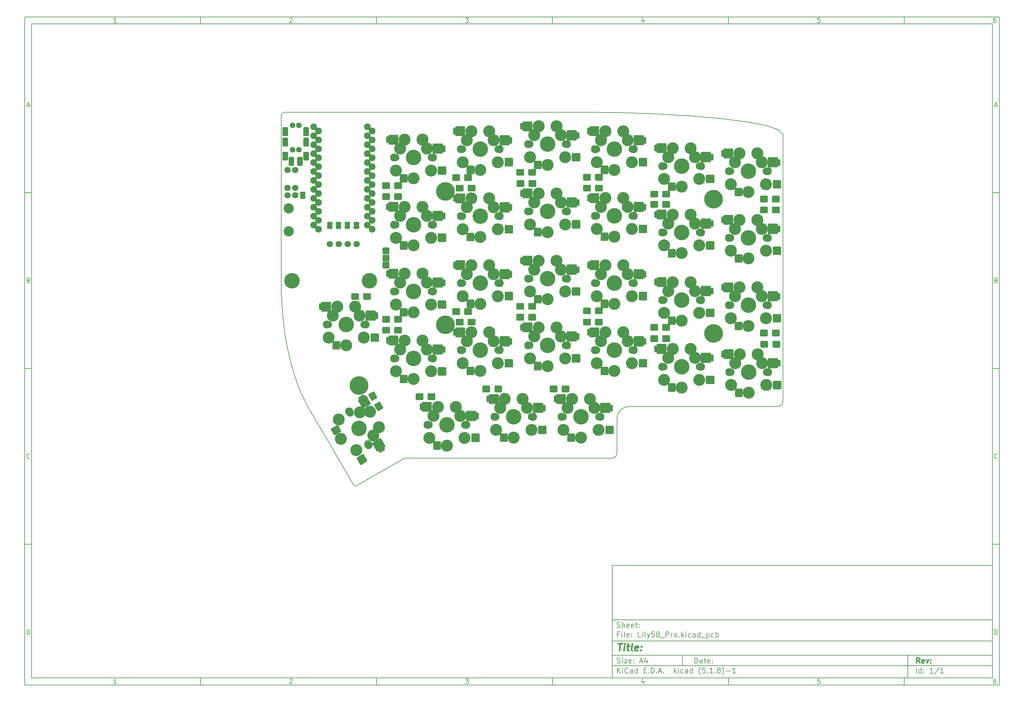
<source format=gts>
G04 #@! TF.GenerationSoftware,KiCad,Pcbnew,(5.1.8)-1*
G04 #@! TF.CreationDate,2025-01-31T02:10:20+03:30*
G04 #@! TF.ProjectId,Lily58_Pro,4c696c79-3538-45f5-9072-6f2e6b696361,rev?*
G04 #@! TF.SameCoordinates,Original*
G04 #@! TF.FileFunction,Soldermask,Top*
G04 #@! TF.FilePolarity,Negative*
%FSLAX46Y46*%
G04 Gerber Fmt 4.6, Leading zero omitted, Abs format (unit mm)*
G04 Created by KiCad (PCBNEW (5.1.8)-1) date 2025-01-31 02:10:20*
%MOMM*%
%LPD*%
G01*
G04 APERTURE LIST*
%ADD10C,0.100000*%
%ADD11C,0.150000*%
%ADD12C,0.300000*%
%ADD13C,0.400000*%
G04 #@! TA.AperFunction,Profile*
%ADD14C,0.200000*%
G04 #@! TD*
%ADD15C,1.600000*%
%ADD16C,3.400000*%
%ADD17C,0.500000*%
%ADD18C,4.400000*%
%ADD19C,2.300000*%
%ADD20C,2.100000*%
%ADD21C,1.924000*%
%ADD22C,5.300000*%
%ADD23C,1.797000*%
%ADD24C,2.900000*%
G04 APERTURE END LIST*
D10*
D11*
X177002200Y-166007200D02*
X177002200Y-198007200D01*
X285002200Y-198007200D01*
X285002200Y-166007200D01*
X177002200Y-166007200D01*
D10*
D11*
X10000000Y-10000000D02*
X10000000Y-200007200D01*
X287002200Y-200007200D01*
X287002200Y-10000000D01*
X10000000Y-10000000D01*
D10*
D11*
X12000000Y-12000000D02*
X12000000Y-198007200D01*
X285002200Y-198007200D01*
X285002200Y-12000000D01*
X12000000Y-12000000D01*
D10*
D11*
X60000000Y-12000000D02*
X60000000Y-10000000D01*
D10*
D11*
X110000000Y-12000000D02*
X110000000Y-10000000D01*
D10*
D11*
X160000000Y-12000000D02*
X160000000Y-10000000D01*
D10*
D11*
X210000000Y-12000000D02*
X210000000Y-10000000D01*
D10*
D11*
X260000000Y-12000000D02*
X260000000Y-10000000D01*
D10*
D11*
X36065476Y-11588095D02*
X35322619Y-11588095D01*
X35694047Y-11588095D02*
X35694047Y-10288095D01*
X35570238Y-10473809D01*
X35446428Y-10597619D01*
X35322619Y-10659523D01*
D10*
D11*
X85322619Y-10411904D02*
X85384523Y-10350000D01*
X85508333Y-10288095D01*
X85817857Y-10288095D01*
X85941666Y-10350000D01*
X86003571Y-10411904D01*
X86065476Y-10535714D01*
X86065476Y-10659523D01*
X86003571Y-10845238D01*
X85260714Y-11588095D01*
X86065476Y-11588095D01*
D10*
D11*
X135260714Y-10288095D02*
X136065476Y-10288095D01*
X135632142Y-10783333D01*
X135817857Y-10783333D01*
X135941666Y-10845238D01*
X136003571Y-10907142D01*
X136065476Y-11030952D01*
X136065476Y-11340476D01*
X136003571Y-11464285D01*
X135941666Y-11526190D01*
X135817857Y-11588095D01*
X135446428Y-11588095D01*
X135322619Y-11526190D01*
X135260714Y-11464285D01*
D10*
D11*
X185941666Y-10721428D02*
X185941666Y-11588095D01*
X185632142Y-10226190D02*
X185322619Y-11154761D01*
X186127380Y-11154761D01*
D10*
D11*
X236003571Y-10288095D02*
X235384523Y-10288095D01*
X235322619Y-10907142D01*
X235384523Y-10845238D01*
X235508333Y-10783333D01*
X235817857Y-10783333D01*
X235941666Y-10845238D01*
X236003571Y-10907142D01*
X236065476Y-11030952D01*
X236065476Y-11340476D01*
X236003571Y-11464285D01*
X235941666Y-11526190D01*
X235817857Y-11588095D01*
X235508333Y-11588095D01*
X235384523Y-11526190D01*
X235322619Y-11464285D01*
D10*
D11*
X285941666Y-10288095D02*
X285694047Y-10288095D01*
X285570238Y-10350000D01*
X285508333Y-10411904D01*
X285384523Y-10597619D01*
X285322619Y-10845238D01*
X285322619Y-11340476D01*
X285384523Y-11464285D01*
X285446428Y-11526190D01*
X285570238Y-11588095D01*
X285817857Y-11588095D01*
X285941666Y-11526190D01*
X286003571Y-11464285D01*
X286065476Y-11340476D01*
X286065476Y-11030952D01*
X286003571Y-10907142D01*
X285941666Y-10845238D01*
X285817857Y-10783333D01*
X285570238Y-10783333D01*
X285446428Y-10845238D01*
X285384523Y-10907142D01*
X285322619Y-11030952D01*
D10*
D11*
X60000000Y-198007200D02*
X60000000Y-200007200D01*
D10*
D11*
X110000000Y-198007200D02*
X110000000Y-200007200D01*
D10*
D11*
X160000000Y-198007200D02*
X160000000Y-200007200D01*
D10*
D11*
X210000000Y-198007200D02*
X210000000Y-200007200D01*
D10*
D11*
X260000000Y-198007200D02*
X260000000Y-200007200D01*
D10*
D11*
X36065476Y-199595295D02*
X35322619Y-199595295D01*
X35694047Y-199595295D02*
X35694047Y-198295295D01*
X35570238Y-198481009D01*
X35446428Y-198604819D01*
X35322619Y-198666723D01*
D10*
D11*
X85322619Y-198419104D02*
X85384523Y-198357200D01*
X85508333Y-198295295D01*
X85817857Y-198295295D01*
X85941666Y-198357200D01*
X86003571Y-198419104D01*
X86065476Y-198542914D01*
X86065476Y-198666723D01*
X86003571Y-198852438D01*
X85260714Y-199595295D01*
X86065476Y-199595295D01*
D10*
D11*
X135260714Y-198295295D02*
X136065476Y-198295295D01*
X135632142Y-198790533D01*
X135817857Y-198790533D01*
X135941666Y-198852438D01*
X136003571Y-198914342D01*
X136065476Y-199038152D01*
X136065476Y-199347676D01*
X136003571Y-199471485D01*
X135941666Y-199533390D01*
X135817857Y-199595295D01*
X135446428Y-199595295D01*
X135322619Y-199533390D01*
X135260714Y-199471485D01*
D10*
D11*
X185941666Y-198728628D02*
X185941666Y-199595295D01*
X185632142Y-198233390D02*
X185322619Y-199161961D01*
X186127380Y-199161961D01*
D10*
D11*
X236003571Y-198295295D02*
X235384523Y-198295295D01*
X235322619Y-198914342D01*
X235384523Y-198852438D01*
X235508333Y-198790533D01*
X235817857Y-198790533D01*
X235941666Y-198852438D01*
X236003571Y-198914342D01*
X236065476Y-199038152D01*
X236065476Y-199347676D01*
X236003571Y-199471485D01*
X235941666Y-199533390D01*
X235817857Y-199595295D01*
X235508333Y-199595295D01*
X235384523Y-199533390D01*
X235322619Y-199471485D01*
D10*
D11*
X285941666Y-198295295D02*
X285694047Y-198295295D01*
X285570238Y-198357200D01*
X285508333Y-198419104D01*
X285384523Y-198604819D01*
X285322619Y-198852438D01*
X285322619Y-199347676D01*
X285384523Y-199471485D01*
X285446428Y-199533390D01*
X285570238Y-199595295D01*
X285817857Y-199595295D01*
X285941666Y-199533390D01*
X286003571Y-199471485D01*
X286065476Y-199347676D01*
X286065476Y-199038152D01*
X286003571Y-198914342D01*
X285941666Y-198852438D01*
X285817857Y-198790533D01*
X285570238Y-198790533D01*
X285446428Y-198852438D01*
X285384523Y-198914342D01*
X285322619Y-199038152D01*
D10*
D11*
X10000000Y-60000000D02*
X12000000Y-60000000D01*
D10*
D11*
X10000000Y-110000000D02*
X12000000Y-110000000D01*
D10*
D11*
X10000000Y-160000000D02*
X12000000Y-160000000D01*
D10*
D11*
X10690476Y-35216666D02*
X11309523Y-35216666D01*
X10566666Y-35588095D02*
X11000000Y-34288095D01*
X11433333Y-35588095D01*
D10*
D11*
X11092857Y-84907142D02*
X11278571Y-84969047D01*
X11340476Y-85030952D01*
X11402380Y-85154761D01*
X11402380Y-85340476D01*
X11340476Y-85464285D01*
X11278571Y-85526190D01*
X11154761Y-85588095D01*
X10659523Y-85588095D01*
X10659523Y-84288095D01*
X11092857Y-84288095D01*
X11216666Y-84350000D01*
X11278571Y-84411904D01*
X11340476Y-84535714D01*
X11340476Y-84659523D01*
X11278571Y-84783333D01*
X11216666Y-84845238D01*
X11092857Y-84907142D01*
X10659523Y-84907142D01*
D10*
D11*
X11402380Y-135464285D02*
X11340476Y-135526190D01*
X11154761Y-135588095D01*
X11030952Y-135588095D01*
X10845238Y-135526190D01*
X10721428Y-135402380D01*
X10659523Y-135278571D01*
X10597619Y-135030952D01*
X10597619Y-134845238D01*
X10659523Y-134597619D01*
X10721428Y-134473809D01*
X10845238Y-134350000D01*
X11030952Y-134288095D01*
X11154761Y-134288095D01*
X11340476Y-134350000D01*
X11402380Y-134411904D01*
D10*
D11*
X10659523Y-185588095D02*
X10659523Y-184288095D01*
X10969047Y-184288095D01*
X11154761Y-184350000D01*
X11278571Y-184473809D01*
X11340476Y-184597619D01*
X11402380Y-184845238D01*
X11402380Y-185030952D01*
X11340476Y-185278571D01*
X11278571Y-185402380D01*
X11154761Y-185526190D01*
X10969047Y-185588095D01*
X10659523Y-185588095D01*
D10*
D11*
X287002200Y-60000000D02*
X285002200Y-60000000D01*
D10*
D11*
X287002200Y-110000000D02*
X285002200Y-110000000D01*
D10*
D11*
X287002200Y-160000000D02*
X285002200Y-160000000D01*
D10*
D11*
X285692676Y-35216666D02*
X286311723Y-35216666D01*
X285568866Y-35588095D02*
X286002200Y-34288095D01*
X286435533Y-35588095D01*
D10*
D11*
X286095057Y-84907142D02*
X286280771Y-84969047D01*
X286342676Y-85030952D01*
X286404580Y-85154761D01*
X286404580Y-85340476D01*
X286342676Y-85464285D01*
X286280771Y-85526190D01*
X286156961Y-85588095D01*
X285661723Y-85588095D01*
X285661723Y-84288095D01*
X286095057Y-84288095D01*
X286218866Y-84350000D01*
X286280771Y-84411904D01*
X286342676Y-84535714D01*
X286342676Y-84659523D01*
X286280771Y-84783333D01*
X286218866Y-84845238D01*
X286095057Y-84907142D01*
X285661723Y-84907142D01*
D10*
D11*
X286404580Y-135464285D02*
X286342676Y-135526190D01*
X286156961Y-135588095D01*
X286033152Y-135588095D01*
X285847438Y-135526190D01*
X285723628Y-135402380D01*
X285661723Y-135278571D01*
X285599819Y-135030952D01*
X285599819Y-134845238D01*
X285661723Y-134597619D01*
X285723628Y-134473809D01*
X285847438Y-134350000D01*
X286033152Y-134288095D01*
X286156961Y-134288095D01*
X286342676Y-134350000D01*
X286404580Y-134411904D01*
D10*
D11*
X285661723Y-185588095D02*
X285661723Y-184288095D01*
X285971247Y-184288095D01*
X286156961Y-184350000D01*
X286280771Y-184473809D01*
X286342676Y-184597619D01*
X286404580Y-184845238D01*
X286404580Y-185030952D01*
X286342676Y-185278571D01*
X286280771Y-185402380D01*
X286156961Y-185526190D01*
X285971247Y-185588095D01*
X285661723Y-185588095D01*
D10*
D11*
X200434342Y-193785771D02*
X200434342Y-192285771D01*
X200791485Y-192285771D01*
X201005771Y-192357200D01*
X201148628Y-192500057D01*
X201220057Y-192642914D01*
X201291485Y-192928628D01*
X201291485Y-193142914D01*
X201220057Y-193428628D01*
X201148628Y-193571485D01*
X201005771Y-193714342D01*
X200791485Y-193785771D01*
X200434342Y-193785771D01*
X202577200Y-193785771D02*
X202577200Y-193000057D01*
X202505771Y-192857200D01*
X202362914Y-192785771D01*
X202077200Y-192785771D01*
X201934342Y-192857200D01*
X202577200Y-193714342D02*
X202434342Y-193785771D01*
X202077200Y-193785771D01*
X201934342Y-193714342D01*
X201862914Y-193571485D01*
X201862914Y-193428628D01*
X201934342Y-193285771D01*
X202077200Y-193214342D01*
X202434342Y-193214342D01*
X202577200Y-193142914D01*
X203077200Y-192785771D02*
X203648628Y-192785771D01*
X203291485Y-192285771D02*
X203291485Y-193571485D01*
X203362914Y-193714342D01*
X203505771Y-193785771D01*
X203648628Y-193785771D01*
X204720057Y-193714342D02*
X204577200Y-193785771D01*
X204291485Y-193785771D01*
X204148628Y-193714342D01*
X204077200Y-193571485D01*
X204077200Y-193000057D01*
X204148628Y-192857200D01*
X204291485Y-192785771D01*
X204577200Y-192785771D01*
X204720057Y-192857200D01*
X204791485Y-193000057D01*
X204791485Y-193142914D01*
X204077200Y-193285771D01*
X205434342Y-193642914D02*
X205505771Y-193714342D01*
X205434342Y-193785771D01*
X205362914Y-193714342D01*
X205434342Y-193642914D01*
X205434342Y-193785771D01*
X205434342Y-192857200D02*
X205505771Y-192928628D01*
X205434342Y-193000057D01*
X205362914Y-192928628D01*
X205434342Y-192857200D01*
X205434342Y-193000057D01*
D10*
D11*
X177002200Y-194507200D02*
X285002200Y-194507200D01*
D10*
D11*
X178434342Y-196585771D02*
X178434342Y-195085771D01*
X179291485Y-196585771D02*
X178648628Y-195728628D01*
X179291485Y-195085771D02*
X178434342Y-195942914D01*
X179934342Y-196585771D02*
X179934342Y-195585771D01*
X179934342Y-195085771D02*
X179862914Y-195157200D01*
X179934342Y-195228628D01*
X180005771Y-195157200D01*
X179934342Y-195085771D01*
X179934342Y-195228628D01*
X181505771Y-196442914D02*
X181434342Y-196514342D01*
X181220057Y-196585771D01*
X181077200Y-196585771D01*
X180862914Y-196514342D01*
X180720057Y-196371485D01*
X180648628Y-196228628D01*
X180577200Y-195942914D01*
X180577200Y-195728628D01*
X180648628Y-195442914D01*
X180720057Y-195300057D01*
X180862914Y-195157200D01*
X181077200Y-195085771D01*
X181220057Y-195085771D01*
X181434342Y-195157200D01*
X181505771Y-195228628D01*
X182791485Y-196585771D02*
X182791485Y-195800057D01*
X182720057Y-195657200D01*
X182577200Y-195585771D01*
X182291485Y-195585771D01*
X182148628Y-195657200D01*
X182791485Y-196514342D02*
X182648628Y-196585771D01*
X182291485Y-196585771D01*
X182148628Y-196514342D01*
X182077200Y-196371485D01*
X182077200Y-196228628D01*
X182148628Y-196085771D01*
X182291485Y-196014342D01*
X182648628Y-196014342D01*
X182791485Y-195942914D01*
X184148628Y-196585771D02*
X184148628Y-195085771D01*
X184148628Y-196514342D02*
X184005771Y-196585771D01*
X183720057Y-196585771D01*
X183577200Y-196514342D01*
X183505771Y-196442914D01*
X183434342Y-196300057D01*
X183434342Y-195871485D01*
X183505771Y-195728628D01*
X183577200Y-195657200D01*
X183720057Y-195585771D01*
X184005771Y-195585771D01*
X184148628Y-195657200D01*
X186005771Y-195800057D02*
X186505771Y-195800057D01*
X186720057Y-196585771D02*
X186005771Y-196585771D01*
X186005771Y-195085771D01*
X186720057Y-195085771D01*
X187362914Y-196442914D02*
X187434342Y-196514342D01*
X187362914Y-196585771D01*
X187291485Y-196514342D01*
X187362914Y-196442914D01*
X187362914Y-196585771D01*
X188077200Y-196585771D02*
X188077200Y-195085771D01*
X188434342Y-195085771D01*
X188648628Y-195157200D01*
X188791485Y-195300057D01*
X188862914Y-195442914D01*
X188934342Y-195728628D01*
X188934342Y-195942914D01*
X188862914Y-196228628D01*
X188791485Y-196371485D01*
X188648628Y-196514342D01*
X188434342Y-196585771D01*
X188077200Y-196585771D01*
X189577200Y-196442914D02*
X189648628Y-196514342D01*
X189577200Y-196585771D01*
X189505771Y-196514342D01*
X189577200Y-196442914D01*
X189577200Y-196585771D01*
X190220057Y-196157200D02*
X190934342Y-196157200D01*
X190077200Y-196585771D02*
X190577200Y-195085771D01*
X191077200Y-196585771D01*
X191577200Y-196442914D02*
X191648628Y-196514342D01*
X191577200Y-196585771D01*
X191505771Y-196514342D01*
X191577200Y-196442914D01*
X191577200Y-196585771D01*
X194577200Y-196585771D02*
X194577200Y-195085771D01*
X194720057Y-196014342D02*
X195148628Y-196585771D01*
X195148628Y-195585771D02*
X194577200Y-196157200D01*
X195791485Y-196585771D02*
X195791485Y-195585771D01*
X195791485Y-195085771D02*
X195720057Y-195157200D01*
X195791485Y-195228628D01*
X195862914Y-195157200D01*
X195791485Y-195085771D01*
X195791485Y-195228628D01*
X197148628Y-196514342D02*
X197005771Y-196585771D01*
X196720057Y-196585771D01*
X196577200Y-196514342D01*
X196505771Y-196442914D01*
X196434342Y-196300057D01*
X196434342Y-195871485D01*
X196505771Y-195728628D01*
X196577200Y-195657200D01*
X196720057Y-195585771D01*
X197005771Y-195585771D01*
X197148628Y-195657200D01*
X198434342Y-196585771D02*
X198434342Y-195800057D01*
X198362914Y-195657200D01*
X198220057Y-195585771D01*
X197934342Y-195585771D01*
X197791485Y-195657200D01*
X198434342Y-196514342D02*
X198291485Y-196585771D01*
X197934342Y-196585771D01*
X197791485Y-196514342D01*
X197720057Y-196371485D01*
X197720057Y-196228628D01*
X197791485Y-196085771D01*
X197934342Y-196014342D01*
X198291485Y-196014342D01*
X198434342Y-195942914D01*
X199791485Y-196585771D02*
X199791485Y-195085771D01*
X199791485Y-196514342D02*
X199648628Y-196585771D01*
X199362914Y-196585771D01*
X199220057Y-196514342D01*
X199148628Y-196442914D01*
X199077200Y-196300057D01*
X199077200Y-195871485D01*
X199148628Y-195728628D01*
X199220057Y-195657200D01*
X199362914Y-195585771D01*
X199648628Y-195585771D01*
X199791485Y-195657200D01*
X202077200Y-197157200D02*
X202005771Y-197085771D01*
X201862914Y-196871485D01*
X201791485Y-196728628D01*
X201720057Y-196514342D01*
X201648628Y-196157200D01*
X201648628Y-195871485D01*
X201720057Y-195514342D01*
X201791485Y-195300057D01*
X201862914Y-195157200D01*
X202005771Y-194942914D01*
X202077200Y-194871485D01*
X203362914Y-195085771D02*
X202648628Y-195085771D01*
X202577200Y-195800057D01*
X202648628Y-195728628D01*
X202791485Y-195657200D01*
X203148628Y-195657200D01*
X203291485Y-195728628D01*
X203362914Y-195800057D01*
X203434342Y-195942914D01*
X203434342Y-196300057D01*
X203362914Y-196442914D01*
X203291485Y-196514342D01*
X203148628Y-196585771D01*
X202791485Y-196585771D01*
X202648628Y-196514342D01*
X202577200Y-196442914D01*
X204077200Y-196442914D02*
X204148628Y-196514342D01*
X204077200Y-196585771D01*
X204005771Y-196514342D01*
X204077200Y-196442914D01*
X204077200Y-196585771D01*
X205577200Y-196585771D02*
X204720057Y-196585771D01*
X205148628Y-196585771D02*
X205148628Y-195085771D01*
X205005771Y-195300057D01*
X204862914Y-195442914D01*
X204720057Y-195514342D01*
X206220057Y-196442914D02*
X206291485Y-196514342D01*
X206220057Y-196585771D01*
X206148628Y-196514342D01*
X206220057Y-196442914D01*
X206220057Y-196585771D01*
X207148628Y-195728628D02*
X207005771Y-195657200D01*
X206934342Y-195585771D01*
X206862914Y-195442914D01*
X206862914Y-195371485D01*
X206934342Y-195228628D01*
X207005771Y-195157200D01*
X207148628Y-195085771D01*
X207434342Y-195085771D01*
X207577200Y-195157200D01*
X207648628Y-195228628D01*
X207720057Y-195371485D01*
X207720057Y-195442914D01*
X207648628Y-195585771D01*
X207577200Y-195657200D01*
X207434342Y-195728628D01*
X207148628Y-195728628D01*
X207005771Y-195800057D01*
X206934342Y-195871485D01*
X206862914Y-196014342D01*
X206862914Y-196300057D01*
X206934342Y-196442914D01*
X207005771Y-196514342D01*
X207148628Y-196585771D01*
X207434342Y-196585771D01*
X207577200Y-196514342D01*
X207648628Y-196442914D01*
X207720057Y-196300057D01*
X207720057Y-196014342D01*
X207648628Y-195871485D01*
X207577200Y-195800057D01*
X207434342Y-195728628D01*
X208220057Y-197157200D02*
X208291485Y-197085771D01*
X208434342Y-196871485D01*
X208505771Y-196728628D01*
X208577200Y-196514342D01*
X208648628Y-196157200D01*
X208648628Y-195871485D01*
X208577200Y-195514342D01*
X208505771Y-195300057D01*
X208434342Y-195157200D01*
X208291485Y-194942914D01*
X208220057Y-194871485D01*
X209362914Y-196014342D02*
X210505771Y-196014342D01*
X212005771Y-196585771D02*
X211148628Y-196585771D01*
X211577200Y-196585771D02*
X211577200Y-195085771D01*
X211434342Y-195300057D01*
X211291485Y-195442914D01*
X211148628Y-195514342D01*
D10*
D11*
X177002200Y-191507200D02*
X285002200Y-191507200D01*
D10*
D12*
X264411485Y-193785771D02*
X263911485Y-193071485D01*
X263554342Y-193785771D02*
X263554342Y-192285771D01*
X264125771Y-192285771D01*
X264268628Y-192357200D01*
X264340057Y-192428628D01*
X264411485Y-192571485D01*
X264411485Y-192785771D01*
X264340057Y-192928628D01*
X264268628Y-193000057D01*
X264125771Y-193071485D01*
X263554342Y-193071485D01*
X265625771Y-193714342D02*
X265482914Y-193785771D01*
X265197200Y-193785771D01*
X265054342Y-193714342D01*
X264982914Y-193571485D01*
X264982914Y-193000057D01*
X265054342Y-192857200D01*
X265197200Y-192785771D01*
X265482914Y-192785771D01*
X265625771Y-192857200D01*
X265697200Y-193000057D01*
X265697200Y-193142914D01*
X264982914Y-193285771D01*
X266197200Y-192785771D02*
X266554342Y-193785771D01*
X266911485Y-192785771D01*
X267482914Y-193642914D02*
X267554342Y-193714342D01*
X267482914Y-193785771D01*
X267411485Y-193714342D01*
X267482914Y-193642914D01*
X267482914Y-193785771D01*
X267482914Y-192857200D02*
X267554342Y-192928628D01*
X267482914Y-193000057D01*
X267411485Y-192928628D01*
X267482914Y-192857200D01*
X267482914Y-193000057D01*
D10*
D11*
X178362914Y-193714342D02*
X178577200Y-193785771D01*
X178934342Y-193785771D01*
X179077200Y-193714342D01*
X179148628Y-193642914D01*
X179220057Y-193500057D01*
X179220057Y-193357200D01*
X179148628Y-193214342D01*
X179077200Y-193142914D01*
X178934342Y-193071485D01*
X178648628Y-193000057D01*
X178505771Y-192928628D01*
X178434342Y-192857200D01*
X178362914Y-192714342D01*
X178362914Y-192571485D01*
X178434342Y-192428628D01*
X178505771Y-192357200D01*
X178648628Y-192285771D01*
X179005771Y-192285771D01*
X179220057Y-192357200D01*
X179862914Y-193785771D02*
X179862914Y-192785771D01*
X179862914Y-192285771D02*
X179791485Y-192357200D01*
X179862914Y-192428628D01*
X179934342Y-192357200D01*
X179862914Y-192285771D01*
X179862914Y-192428628D01*
X180434342Y-192785771D02*
X181220057Y-192785771D01*
X180434342Y-193785771D01*
X181220057Y-193785771D01*
X182362914Y-193714342D02*
X182220057Y-193785771D01*
X181934342Y-193785771D01*
X181791485Y-193714342D01*
X181720057Y-193571485D01*
X181720057Y-193000057D01*
X181791485Y-192857200D01*
X181934342Y-192785771D01*
X182220057Y-192785771D01*
X182362914Y-192857200D01*
X182434342Y-193000057D01*
X182434342Y-193142914D01*
X181720057Y-193285771D01*
X183077200Y-193642914D02*
X183148628Y-193714342D01*
X183077200Y-193785771D01*
X183005771Y-193714342D01*
X183077200Y-193642914D01*
X183077200Y-193785771D01*
X183077200Y-192857200D02*
X183148628Y-192928628D01*
X183077200Y-193000057D01*
X183005771Y-192928628D01*
X183077200Y-192857200D01*
X183077200Y-193000057D01*
X184862914Y-193357200D02*
X185577200Y-193357200D01*
X184720057Y-193785771D02*
X185220057Y-192285771D01*
X185720057Y-193785771D01*
X186862914Y-192785771D02*
X186862914Y-193785771D01*
X186505771Y-192214342D02*
X186148628Y-193285771D01*
X187077200Y-193285771D01*
D10*
D11*
X263434342Y-196585771D02*
X263434342Y-195085771D01*
X264791485Y-196585771D02*
X264791485Y-195085771D01*
X264791485Y-196514342D02*
X264648628Y-196585771D01*
X264362914Y-196585771D01*
X264220057Y-196514342D01*
X264148628Y-196442914D01*
X264077200Y-196300057D01*
X264077200Y-195871485D01*
X264148628Y-195728628D01*
X264220057Y-195657200D01*
X264362914Y-195585771D01*
X264648628Y-195585771D01*
X264791485Y-195657200D01*
X265505771Y-196442914D02*
X265577200Y-196514342D01*
X265505771Y-196585771D01*
X265434342Y-196514342D01*
X265505771Y-196442914D01*
X265505771Y-196585771D01*
X265505771Y-195657200D02*
X265577200Y-195728628D01*
X265505771Y-195800057D01*
X265434342Y-195728628D01*
X265505771Y-195657200D01*
X265505771Y-195800057D01*
X268148628Y-196585771D02*
X267291485Y-196585771D01*
X267720057Y-196585771D02*
X267720057Y-195085771D01*
X267577200Y-195300057D01*
X267434342Y-195442914D01*
X267291485Y-195514342D01*
X269862914Y-195014342D02*
X268577200Y-196942914D01*
X271148628Y-196585771D02*
X270291485Y-196585771D01*
X270720057Y-196585771D02*
X270720057Y-195085771D01*
X270577200Y-195300057D01*
X270434342Y-195442914D01*
X270291485Y-195514342D01*
D10*
D11*
X177002200Y-187507200D02*
X285002200Y-187507200D01*
D10*
D13*
X178714580Y-188211961D02*
X179857438Y-188211961D01*
X179036009Y-190211961D02*
X179286009Y-188211961D01*
X180274104Y-190211961D02*
X180440771Y-188878628D01*
X180524104Y-188211961D02*
X180416961Y-188307200D01*
X180500295Y-188402438D01*
X180607438Y-188307200D01*
X180524104Y-188211961D01*
X180500295Y-188402438D01*
X181107438Y-188878628D02*
X181869342Y-188878628D01*
X181476485Y-188211961D02*
X181262200Y-189926247D01*
X181333628Y-190116723D01*
X181512200Y-190211961D01*
X181702676Y-190211961D01*
X182655057Y-190211961D02*
X182476485Y-190116723D01*
X182405057Y-189926247D01*
X182619342Y-188211961D01*
X184190771Y-190116723D02*
X183988390Y-190211961D01*
X183607438Y-190211961D01*
X183428866Y-190116723D01*
X183357438Y-189926247D01*
X183452676Y-189164342D01*
X183571723Y-188973866D01*
X183774104Y-188878628D01*
X184155057Y-188878628D01*
X184333628Y-188973866D01*
X184405057Y-189164342D01*
X184381247Y-189354819D01*
X183405057Y-189545295D01*
X185155057Y-190021485D02*
X185238390Y-190116723D01*
X185131247Y-190211961D01*
X185047914Y-190116723D01*
X185155057Y-190021485D01*
X185131247Y-190211961D01*
X185286009Y-188973866D02*
X185369342Y-189069104D01*
X185262200Y-189164342D01*
X185178866Y-189069104D01*
X185286009Y-188973866D01*
X185262200Y-189164342D01*
D10*
D11*
X178934342Y-185600057D02*
X178434342Y-185600057D01*
X178434342Y-186385771D02*
X178434342Y-184885771D01*
X179148628Y-184885771D01*
X179720057Y-186385771D02*
X179720057Y-185385771D01*
X179720057Y-184885771D02*
X179648628Y-184957200D01*
X179720057Y-185028628D01*
X179791485Y-184957200D01*
X179720057Y-184885771D01*
X179720057Y-185028628D01*
X180648628Y-186385771D02*
X180505771Y-186314342D01*
X180434342Y-186171485D01*
X180434342Y-184885771D01*
X181791485Y-186314342D02*
X181648628Y-186385771D01*
X181362914Y-186385771D01*
X181220057Y-186314342D01*
X181148628Y-186171485D01*
X181148628Y-185600057D01*
X181220057Y-185457200D01*
X181362914Y-185385771D01*
X181648628Y-185385771D01*
X181791485Y-185457200D01*
X181862914Y-185600057D01*
X181862914Y-185742914D01*
X181148628Y-185885771D01*
X182505771Y-186242914D02*
X182577200Y-186314342D01*
X182505771Y-186385771D01*
X182434342Y-186314342D01*
X182505771Y-186242914D01*
X182505771Y-186385771D01*
X182505771Y-185457200D02*
X182577200Y-185528628D01*
X182505771Y-185600057D01*
X182434342Y-185528628D01*
X182505771Y-185457200D01*
X182505771Y-185600057D01*
X185077200Y-186385771D02*
X184362914Y-186385771D01*
X184362914Y-184885771D01*
X185577200Y-186385771D02*
X185577200Y-185385771D01*
X185577200Y-184885771D02*
X185505771Y-184957200D01*
X185577200Y-185028628D01*
X185648628Y-184957200D01*
X185577200Y-184885771D01*
X185577200Y-185028628D01*
X186505771Y-186385771D02*
X186362914Y-186314342D01*
X186291485Y-186171485D01*
X186291485Y-184885771D01*
X186934342Y-185385771D02*
X187291485Y-186385771D01*
X187648628Y-185385771D02*
X187291485Y-186385771D01*
X187148628Y-186742914D01*
X187077200Y-186814342D01*
X186934342Y-186885771D01*
X188934342Y-184885771D02*
X188220057Y-184885771D01*
X188148628Y-185600057D01*
X188220057Y-185528628D01*
X188362914Y-185457200D01*
X188720057Y-185457200D01*
X188862914Y-185528628D01*
X188934342Y-185600057D01*
X189005771Y-185742914D01*
X189005771Y-186100057D01*
X188934342Y-186242914D01*
X188862914Y-186314342D01*
X188720057Y-186385771D01*
X188362914Y-186385771D01*
X188220057Y-186314342D01*
X188148628Y-186242914D01*
X189862914Y-185528628D02*
X189720057Y-185457200D01*
X189648628Y-185385771D01*
X189577200Y-185242914D01*
X189577200Y-185171485D01*
X189648628Y-185028628D01*
X189720057Y-184957200D01*
X189862914Y-184885771D01*
X190148628Y-184885771D01*
X190291485Y-184957200D01*
X190362914Y-185028628D01*
X190434342Y-185171485D01*
X190434342Y-185242914D01*
X190362914Y-185385771D01*
X190291485Y-185457200D01*
X190148628Y-185528628D01*
X189862914Y-185528628D01*
X189720057Y-185600057D01*
X189648628Y-185671485D01*
X189577200Y-185814342D01*
X189577200Y-186100057D01*
X189648628Y-186242914D01*
X189720057Y-186314342D01*
X189862914Y-186385771D01*
X190148628Y-186385771D01*
X190291485Y-186314342D01*
X190362914Y-186242914D01*
X190434342Y-186100057D01*
X190434342Y-185814342D01*
X190362914Y-185671485D01*
X190291485Y-185600057D01*
X190148628Y-185528628D01*
X190720057Y-186528628D02*
X191862914Y-186528628D01*
X192220057Y-186385771D02*
X192220057Y-184885771D01*
X192791485Y-184885771D01*
X192934342Y-184957200D01*
X193005771Y-185028628D01*
X193077200Y-185171485D01*
X193077200Y-185385771D01*
X193005771Y-185528628D01*
X192934342Y-185600057D01*
X192791485Y-185671485D01*
X192220057Y-185671485D01*
X193720057Y-186385771D02*
X193720057Y-185385771D01*
X193720057Y-185671485D02*
X193791485Y-185528628D01*
X193862914Y-185457200D01*
X194005771Y-185385771D01*
X194148628Y-185385771D01*
X194862914Y-186385771D02*
X194720057Y-186314342D01*
X194648628Y-186242914D01*
X194577200Y-186100057D01*
X194577200Y-185671485D01*
X194648628Y-185528628D01*
X194720057Y-185457200D01*
X194862914Y-185385771D01*
X195077200Y-185385771D01*
X195220057Y-185457200D01*
X195291485Y-185528628D01*
X195362914Y-185671485D01*
X195362914Y-186100057D01*
X195291485Y-186242914D01*
X195220057Y-186314342D01*
X195077200Y-186385771D01*
X194862914Y-186385771D01*
X196005771Y-186242914D02*
X196077200Y-186314342D01*
X196005771Y-186385771D01*
X195934342Y-186314342D01*
X196005771Y-186242914D01*
X196005771Y-186385771D01*
X196720057Y-186385771D02*
X196720057Y-184885771D01*
X196862914Y-185814342D02*
X197291485Y-186385771D01*
X197291485Y-185385771D02*
X196720057Y-185957200D01*
X197934342Y-186385771D02*
X197934342Y-185385771D01*
X197934342Y-184885771D02*
X197862914Y-184957200D01*
X197934342Y-185028628D01*
X198005771Y-184957200D01*
X197934342Y-184885771D01*
X197934342Y-185028628D01*
X199291485Y-186314342D02*
X199148628Y-186385771D01*
X198862914Y-186385771D01*
X198720057Y-186314342D01*
X198648628Y-186242914D01*
X198577200Y-186100057D01*
X198577200Y-185671485D01*
X198648628Y-185528628D01*
X198720057Y-185457200D01*
X198862914Y-185385771D01*
X199148628Y-185385771D01*
X199291485Y-185457200D01*
X200577200Y-186385771D02*
X200577200Y-185600057D01*
X200505771Y-185457200D01*
X200362914Y-185385771D01*
X200077200Y-185385771D01*
X199934342Y-185457200D01*
X200577200Y-186314342D02*
X200434342Y-186385771D01*
X200077200Y-186385771D01*
X199934342Y-186314342D01*
X199862914Y-186171485D01*
X199862914Y-186028628D01*
X199934342Y-185885771D01*
X200077200Y-185814342D01*
X200434342Y-185814342D01*
X200577200Y-185742914D01*
X201934342Y-186385771D02*
X201934342Y-184885771D01*
X201934342Y-186314342D02*
X201791485Y-186385771D01*
X201505771Y-186385771D01*
X201362914Y-186314342D01*
X201291485Y-186242914D01*
X201220057Y-186100057D01*
X201220057Y-185671485D01*
X201291485Y-185528628D01*
X201362914Y-185457200D01*
X201505771Y-185385771D01*
X201791485Y-185385771D01*
X201934342Y-185457200D01*
X202291485Y-186528628D02*
X203434342Y-186528628D01*
X203791485Y-185385771D02*
X203791485Y-186885771D01*
X203791485Y-185457200D02*
X203934342Y-185385771D01*
X204220057Y-185385771D01*
X204362914Y-185457200D01*
X204434342Y-185528628D01*
X204505771Y-185671485D01*
X204505771Y-186100057D01*
X204434342Y-186242914D01*
X204362914Y-186314342D01*
X204220057Y-186385771D01*
X203934342Y-186385771D01*
X203791485Y-186314342D01*
X205791485Y-186314342D02*
X205648628Y-186385771D01*
X205362914Y-186385771D01*
X205220057Y-186314342D01*
X205148628Y-186242914D01*
X205077200Y-186100057D01*
X205077200Y-185671485D01*
X205148628Y-185528628D01*
X205220057Y-185457200D01*
X205362914Y-185385771D01*
X205648628Y-185385771D01*
X205791485Y-185457200D01*
X206434342Y-186385771D02*
X206434342Y-184885771D01*
X206434342Y-185457200D02*
X206577200Y-185385771D01*
X206862914Y-185385771D01*
X207005771Y-185457200D01*
X207077200Y-185528628D01*
X207148628Y-185671485D01*
X207148628Y-186100057D01*
X207077200Y-186242914D01*
X207005771Y-186314342D01*
X206862914Y-186385771D01*
X206577200Y-186385771D01*
X206434342Y-186314342D01*
D10*
D11*
X177002200Y-181507200D02*
X285002200Y-181507200D01*
D10*
D11*
X178362914Y-183614342D02*
X178577200Y-183685771D01*
X178934342Y-183685771D01*
X179077200Y-183614342D01*
X179148628Y-183542914D01*
X179220057Y-183400057D01*
X179220057Y-183257200D01*
X179148628Y-183114342D01*
X179077200Y-183042914D01*
X178934342Y-182971485D01*
X178648628Y-182900057D01*
X178505771Y-182828628D01*
X178434342Y-182757200D01*
X178362914Y-182614342D01*
X178362914Y-182471485D01*
X178434342Y-182328628D01*
X178505771Y-182257200D01*
X178648628Y-182185771D01*
X179005771Y-182185771D01*
X179220057Y-182257200D01*
X179862914Y-183685771D02*
X179862914Y-182185771D01*
X180505771Y-183685771D02*
X180505771Y-182900057D01*
X180434342Y-182757200D01*
X180291485Y-182685771D01*
X180077200Y-182685771D01*
X179934342Y-182757200D01*
X179862914Y-182828628D01*
X181791485Y-183614342D02*
X181648628Y-183685771D01*
X181362914Y-183685771D01*
X181220057Y-183614342D01*
X181148628Y-183471485D01*
X181148628Y-182900057D01*
X181220057Y-182757200D01*
X181362914Y-182685771D01*
X181648628Y-182685771D01*
X181791485Y-182757200D01*
X181862914Y-182900057D01*
X181862914Y-183042914D01*
X181148628Y-183185771D01*
X183077200Y-183614342D02*
X182934342Y-183685771D01*
X182648628Y-183685771D01*
X182505771Y-183614342D01*
X182434342Y-183471485D01*
X182434342Y-182900057D01*
X182505771Y-182757200D01*
X182648628Y-182685771D01*
X182934342Y-182685771D01*
X183077200Y-182757200D01*
X183148628Y-182900057D01*
X183148628Y-183042914D01*
X182434342Y-183185771D01*
X183577200Y-182685771D02*
X184148628Y-182685771D01*
X183791485Y-182185771D02*
X183791485Y-183471485D01*
X183862914Y-183614342D01*
X184005771Y-183685771D01*
X184148628Y-183685771D01*
X184648628Y-183542914D02*
X184720057Y-183614342D01*
X184648628Y-183685771D01*
X184577200Y-183614342D01*
X184648628Y-183542914D01*
X184648628Y-183685771D01*
X184648628Y-182757200D02*
X184720057Y-182828628D01*
X184648628Y-182900057D01*
X184577200Y-182828628D01*
X184648628Y-182757200D01*
X184648628Y-182900057D01*
D10*
D11*
X197002200Y-191507200D02*
X197002200Y-194507200D01*
D10*
D11*
X261002200Y-191507200D02*
X261002200Y-198007200D01*
D14*
X116186619Y-136480784D02*
X117862313Y-135510645D01*
X114510925Y-137450923D02*
X116186619Y-136480784D01*
X82937528Y-50750629D02*
X82937528Y-44443695D01*
X82937528Y-57057562D02*
X82937528Y-50750629D01*
X115211711Y-37086762D02*
X104803877Y-37086762D01*
X218692418Y-120789735D02*
X223959999Y-120789735D01*
X213424836Y-120789735D02*
X218692418Y-120789735D01*
X208157255Y-120789735D02*
X213424836Y-120789735D01*
X202889673Y-120789735D02*
X208157255Y-120789735D01*
X197622092Y-120789735D02*
X202889673Y-120789735D01*
X192354511Y-120789735D02*
X197622092Y-120789735D01*
X187086929Y-120789735D02*
X192354511Y-120789735D01*
X181819348Y-120789735D02*
X187086929Y-120789735D01*
X181113524Y-120860778D02*
X181819348Y-120789735D01*
X180456326Y-121064561D02*
X181113524Y-120860778D01*
X179861773Y-121387065D02*
X180456326Y-121064561D01*
X179343884Y-121814271D02*
X179861773Y-121387065D01*
X178916678Y-122332160D02*
X179343884Y-121814271D01*
X178594174Y-122926713D02*
X178916678Y-122332160D01*
X178390391Y-123583911D02*
X178594174Y-122926713D01*
X178319348Y-124289735D02*
X178390391Y-123583911D01*
X199807654Y-38170488D02*
X189919538Y-37585374D01*
X208420758Y-38945561D02*
X199807654Y-38170488D01*
X215525697Y-39885159D02*
X208420758Y-38945561D01*
X220889319Y-40963847D02*
X215525697Y-39885159D01*
X178989563Y-37215654D02*
X167250881Y-37086762D01*
X189919538Y-37585374D02*
X178989563Y-37215654D01*
X177658308Y-135255660D02*
X177403500Y-135393876D01*
X177880261Y-135072571D02*
X177658308Y-135255660D01*
X178063349Y-134850619D02*
X177880261Y-135072571D01*
X178201565Y-134595810D02*
X178063349Y-134850619D01*
X178288901Y-134314154D02*
X178201565Y-134595810D01*
X178319348Y-134011658D02*
X178288901Y-134314154D01*
X225460000Y-52918378D02*
X225460000Y-62400000D01*
X225460000Y-43436755D02*
X225460000Y-52918378D01*
X82937528Y-69671429D02*
X82937528Y-63364495D01*
X82937528Y-75978362D02*
X82937528Y-69671429D01*
X82937528Y-82285296D02*
X82937528Y-75978362D01*
X82937528Y-88592229D02*
X82937528Y-82285296D01*
X104803877Y-37086762D02*
X94396044Y-37086762D01*
X125619545Y-37086762D02*
X115211711Y-37086762D01*
X136027379Y-37086762D02*
X125619545Y-37086762D01*
X146435213Y-37086762D02*
X136027379Y-37086762D01*
X156843047Y-37086762D02*
X146435213Y-37086762D01*
X167250881Y-37086762D02*
X156843047Y-37086762D01*
X83400937Y-37265961D02*
X83579303Y-37169210D01*
X83245570Y-37394123D02*
X83400937Y-37265961D01*
X83117409Y-37549489D02*
X83245570Y-37394123D01*
X83020657Y-37727855D02*
X83117409Y-37549489D01*
X82959523Y-37925015D02*
X83020657Y-37727855D01*
X82938210Y-38136762D02*
X82959523Y-37925015D01*
X83776462Y-37108075D02*
X83988210Y-37086762D01*
X83579303Y-37169210D02*
X83776462Y-37108075D01*
X94396044Y-37086762D02*
X83988210Y-37086762D01*
X82937528Y-63364495D02*
X82937528Y-57057562D01*
X82937528Y-44443695D02*
X82937528Y-38136762D01*
X88291758Y-116318073D02*
X89993333Y-119989540D01*
X86863105Y-112530670D02*
X88291758Y-116318073D01*
X85688004Y-108649127D02*
X86863105Y-112530670D01*
X84747083Y-104695246D02*
X85688004Y-108649127D01*
X84020972Y-100690825D02*
X84747083Y-104695246D01*
X83490297Y-96657663D02*
X84020972Y-100690825D01*
X83135690Y-92617561D02*
X83490297Y-96657663D01*
X82937777Y-88592317D02*
X83135690Y-92617561D01*
X104288864Y-143357278D02*
X104456758Y-143271756D01*
X104130206Y-143404468D02*
X104288864Y-143357278D01*
X103981252Y-143413974D02*
X104130206Y-143404468D01*
X103842470Y-143386445D02*
X103981252Y-143413974D01*
X103714328Y-143322532D02*
X103842470Y-143386445D01*
X103597295Y-143222884D02*
X103714328Y-143322532D01*
X103491837Y-143088150D02*
X103597295Y-143222884D01*
X103398425Y-142918979D02*
X103491837Y-143088150D01*
X112835230Y-138421062D02*
X114510925Y-137450923D01*
X111159536Y-139391201D02*
X112835230Y-138421062D01*
X109483841Y-140361340D02*
X111159536Y-139391201D01*
X107808147Y-141331479D02*
X109483841Y-140361340D01*
X106132452Y-142301617D02*
X107808147Y-141331479D01*
X104456758Y-143271756D02*
X106132452Y-142301617D01*
X101722730Y-140052659D02*
X103398425Y-142918979D01*
X100047036Y-137186340D02*
X101722730Y-140052659D01*
X98371341Y-134320020D02*
X100047036Y-137186340D01*
X96695647Y-131453701D02*
X98371341Y-134320020D01*
X95019952Y-128587381D02*
X96695647Y-131453701D01*
X93344258Y-125721062D02*
X95019952Y-128587381D01*
X91668563Y-122854742D02*
X93344258Y-125721062D01*
X89992869Y-119988423D02*
X91668563Y-122854742D01*
X169449826Y-135511658D02*
X176819348Y-135511658D01*
X162080304Y-135511658D02*
X169449826Y-135511658D01*
X154710782Y-135511658D02*
X162080304Y-135511658D01*
X147341260Y-135511658D02*
X154710782Y-135511658D01*
X139971738Y-135511658D02*
X147341260Y-135511658D01*
X132602217Y-135511658D02*
X139971738Y-135511658D01*
X125232695Y-135511658D02*
X132602217Y-135511658D01*
X117863173Y-135511658D02*
X125232695Y-135511658D01*
X178319348Y-132816013D02*
X178319348Y-134011658D01*
X178319348Y-131597973D02*
X178319348Y-132816013D01*
X178319348Y-130379933D02*
X178319348Y-131597973D01*
X178319348Y-129161894D02*
X178319348Y-130379933D01*
X178319348Y-127943854D02*
X178319348Y-129161894D01*
X178319348Y-126725814D02*
X178319348Y-127943854D01*
X178319348Y-125507775D02*
X178319348Y-126725814D01*
X178319348Y-124289735D02*
X178319348Y-125507775D01*
X177121844Y-135481211D02*
X176819348Y-135511658D01*
X177403500Y-135393876D02*
X177121844Y-135481211D01*
X224278471Y-42156190D02*
X220889319Y-40963847D01*
X225460000Y-43436755D02*
X224278471Y-42156190D01*
X224262495Y-120759288D02*
X223959999Y-120789735D01*
X224544152Y-120671952D02*
X224262495Y-120759288D01*
X224798960Y-120533736D02*
X224544152Y-120671952D01*
X225020912Y-120350648D02*
X224798960Y-120533736D01*
X225204001Y-120128696D02*
X225020912Y-120350648D01*
X225342217Y-119873887D02*
X225204001Y-120128696D01*
X225429552Y-119592231D02*
X225342217Y-119873887D01*
X225459999Y-119289735D02*
X225429552Y-119592231D01*
X225460000Y-109808112D02*
X225460000Y-119289735D01*
X225460000Y-100326490D02*
X225460000Y-109808112D01*
X225460000Y-90844867D02*
X225460000Y-100326490D01*
X225460000Y-81363245D02*
X225460000Y-90844867D01*
X225460000Y-71881623D02*
X225460000Y-81363245D01*
X225460000Y-62400000D02*
X225460000Y-71881623D01*
D15*
X86150000Y-47800000D03*
X86150000Y-40800000D03*
G36*
G01*
X83250000Y-50650000D02*
X83250000Y-48550000D01*
G75*
G02*
X83450000Y-48350000I200000J0D01*
G01*
X84650000Y-48350000D01*
G75*
G02*
X84850000Y-48550000I0J-200000D01*
G01*
X84850000Y-50650000D01*
G75*
G02*
X84650000Y-50850000I-200000J0D01*
G01*
X83450000Y-50850000D01*
G75*
G02*
X83250000Y-50650000I0J200000D01*
G01*
G37*
G36*
G01*
X87450000Y-52150000D02*
X87450000Y-50050000D01*
G75*
G02*
X87650000Y-49850000I200000J0D01*
G01*
X88850000Y-49850000D01*
G75*
G02*
X89050000Y-50050000I0J-200000D01*
G01*
X89050000Y-52150000D01*
G75*
G02*
X88850000Y-52350000I-200000J0D01*
G01*
X87650000Y-52350000D01*
G75*
G02*
X87450000Y-52150000I0J200000D01*
G01*
G37*
G36*
G01*
X83250000Y-43650000D02*
X83250000Y-41550000D01*
G75*
G02*
X83450000Y-41350000I200000J0D01*
G01*
X84650000Y-41350000D01*
G75*
G02*
X84850000Y-41550000I0J-200000D01*
G01*
X84850000Y-43650000D01*
G75*
G02*
X84650000Y-43850000I-200000J0D01*
G01*
X83450000Y-43850000D01*
G75*
G02*
X83250000Y-43650000I0J200000D01*
G01*
G37*
G36*
G01*
X83250000Y-46650000D02*
X83250000Y-44550000D01*
G75*
G02*
X83450000Y-44350000I200000J0D01*
G01*
X84650000Y-44350000D01*
G75*
G02*
X84850000Y-44550000I0J-200000D01*
G01*
X84850000Y-46650000D01*
G75*
G02*
X84650000Y-46850000I-200000J0D01*
G01*
X83450000Y-46850000D01*
G75*
G02*
X83250000Y-46650000I0J200000D01*
G01*
G37*
X87900000Y-40800000D03*
X87900000Y-47800000D03*
G36*
G01*
X89200000Y-43650000D02*
X89200000Y-41550000D01*
G75*
G02*
X89400000Y-41350000I200000J0D01*
G01*
X90600000Y-41350000D01*
G75*
G02*
X90800000Y-41550000I0J-200000D01*
G01*
X90800000Y-43650000D01*
G75*
G02*
X90600000Y-43850000I-200000J0D01*
G01*
X89400000Y-43850000D01*
G75*
G02*
X89200000Y-43650000I0J200000D01*
G01*
G37*
G36*
G01*
X89200000Y-46650000D02*
X89200000Y-44550000D01*
G75*
G02*
X89400000Y-44350000I200000J0D01*
G01*
X90600000Y-44350000D01*
G75*
G02*
X90800000Y-44550000I0J-200000D01*
G01*
X90800000Y-46650000D01*
G75*
G02*
X90600000Y-46850000I-200000J0D01*
G01*
X89400000Y-46850000D01*
G75*
G02*
X89200000Y-46650000I0J200000D01*
G01*
G37*
G36*
G01*
X89200000Y-50650000D02*
X89200000Y-48550000D01*
G75*
G02*
X89400000Y-48350000I200000J0D01*
G01*
X90600000Y-48350000D01*
G75*
G02*
X90800000Y-48550000I0J-200000D01*
G01*
X90800000Y-50650000D01*
G75*
G02*
X90600000Y-50850000I-200000J0D01*
G01*
X89400000Y-50850000D01*
G75*
G02*
X89200000Y-50650000I0J200000D01*
G01*
G37*
G36*
G01*
X85000000Y-52150000D02*
X85000000Y-50050000D01*
G75*
G02*
X85200000Y-49850000I200000J0D01*
G01*
X86400000Y-49850000D01*
G75*
G02*
X86600000Y-50050000I0J-200000D01*
G01*
X86600000Y-52150000D01*
G75*
G02*
X86400000Y-52350000I-200000J0D01*
G01*
X85200000Y-52350000D01*
G75*
G02*
X85000000Y-52150000I0J200000D01*
G01*
G37*
G36*
G01*
X113662000Y-75738000D02*
X113662000Y-77262000D01*
G75*
G02*
X113462000Y-77462000I-200000J0D01*
G01*
X111938000Y-77462000D01*
G75*
G02*
X111738000Y-77262000I0J200000D01*
G01*
X111738000Y-75738000D01*
G75*
G02*
X111938000Y-75538000I200000J0D01*
G01*
X113462000Y-75538000D01*
G75*
G02*
X113662000Y-75738000I0J-200000D01*
G01*
G37*
G36*
G01*
X113662000Y-77838000D02*
X113662000Y-79362000D01*
G75*
G02*
X113462000Y-79562000I-200000J0D01*
G01*
X111938000Y-79562000D01*
G75*
G02*
X111738000Y-79362000I0J200000D01*
G01*
X111738000Y-77838000D01*
G75*
G02*
X111938000Y-77638000I200000J0D01*
G01*
X113462000Y-77638000D01*
G75*
G02*
X113662000Y-77838000I0J-200000D01*
G01*
G37*
G36*
G01*
X111938000Y-79638000D02*
X113462000Y-79638000D01*
G75*
G02*
X113662000Y-79838000I0J-200000D01*
G01*
X113662000Y-81362000D01*
G75*
G02*
X113462000Y-81562000I-200000J0D01*
G01*
X111938000Y-81562000D01*
G75*
G02*
X111738000Y-81362000I0J200000D01*
G01*
X111738000Y-79838000D01*
G75*
G02*
X111938000Y-79638000I200000J0D01*
G01*
G37*
G36*
G01*
X104892211Y-118113303D02*
X106191249Y-117363303D01*
G75*
G02*
X106464454Y-117436508I100000J-173205D01*
G01*
X106814454Y-118042726D01*
G75*
G02*
X106741249Y-118315931I-173205J-100000D01*
G01*
X105442211Y-119065931D01*
G75*
G02*
X105169006Y-118992726I-100000J173205D01*
G01*
X104819006Y-118386508D01*
G75*
G02*
X104892211Y-118113303I173205J100000D01*
G01*
G37*
G36*
G01*
X110490545Y-133009902D02*
X111789583Y-132259902D01*
G75*
G02*
X112062788Y-132333107I100000J-173205D01*
G01*
X112412788Y-132939325D01*
G75*
G02*
X112339583Y-133212530I-173205J-100000D01*
G01*
X111040545Y-133962530D01*
G75*
G02*
X110767340Y-133889325I-100000J173205D01*
G01*
X110417340Y-133283107D01*
G75*
G02*
X110490545Y-133009902I173205J100000D01*
G01*
G37*
D16*
X109104705Y-129029557D03*
G36*
G01*
X108288639Y-120136090D02*
X106210179Y-121336090D01*
G75*
G02*
X105936974Y-121262885I-100000J173205D01*
G01*
X104736974Y-119184425D01*
G75*
G02*
X104810179Y-118911220I173205J100000D01*
G01*
X106888639Y-117711220D01*
G75*
G02*
X107161844Y-117784425I100000J-173205D01*
G01*
X108361844Y-119862885D01*
G75*
G02*
X108288639Y-120136090I-173205J-100000D01*
G01*
G37*
X109104705Y-129029557D03*
X108129409Y-122260295D03*
G36*
G01*
X112457237Y-132336312D02*
X110292173Y-133586312D01*
G75*
G02*
X110018968Y-133513107I-100000J173205D01*
G01*
X108768968Y-131348043D01*
G75*
G02*
X108842173Y-131074838I173205J100000D01*
G01*
X111007237Y-129824838D01*
G75*
G02*
X111280442Y-129898043I100000J-173205D01*
G01*
X112530442Y-132063107D01*
G75*
G02*
X112457237Y-132336312I-173205J-100000D01*
G01*
G37*
D17*
X109146846Y-129022547D03*
D16*
X104295706Y-133180127D03*
G36*
G01*
X99906475Y-127977757D02*
X98174425Y-128977757D01*
G75*
G02*
X97901220Y-128904552I-100000J173205D01*
G01*
X97001220Y-127345706D01*
G75*
G02*
X97074425Y-127072501I173205J100000D01*
G01*
X98806475Y-126072501D01*
G75*
G02*
X99079680Y-126145706I100000J-173205D01*
G01*
X99979680Y-127704552D01*
G75*
G02*
X99906475Y-127977757I-173205J-100000D01*
G01*
G37*
G36*
G01*
X107311731Y-136404036D02*
X105579681Y-137404036D01*
G75*
G02*
X105306476Y-137330831I-100000J173205D01*
G01*
X104306476Y-135598781D01*
G75*
G02*
X104379681Y-135325576I173205J100000D01*
G01*
X106111731Y-134325576D01*
G75*
G02*
X106384936Y-134398781I100000J-173205D01*
G01*
X107384936Y-136130831D01*
G75*
G02*
X107311731Y-136404036I-173205J-100000D01*
G01*
G37*
X99295706Y-124519873D03*
X99890450Y-129950000D03*
D17*
X105321846Y-122397453D03*
D16*
X110669409Y-126659705D03*
D18*
X105000000Y-127000000D03*
D19*
X102250000Y-122236860D03*
X107750000Y-131763140D03*
D20*
X107540000Y-131399409D03*
X102460000Y-122600591D03*
D16*
X105294705Y-122430443D03*
G36*
G01*
X160350000Y-119400000D02*
X160350000Y-117900000D01*
G75*
G02*
X160550000Y-117700000I200000J0D01*
G01*
X161250000Y-117700000D01*
G75*
G02*
X161450000Y-117900000I0J-200000D01*
G01*
X161450000Y-119400000D01*
G75*
G02*
X161250000Y-119600000I-200000J0D01*
G01*
X160550000Y-119600000D01*
G75*
G02*
X160350000Y-119400000I0J200000D01*
G01*
G37*
G36*
G01*
X176050000Y-122000000D02*
X176050000Y-120500000D01*
G75*
G02*
X176250000Y-120300000I200000J0D01*
G01*
X176950000Y-120300000D01*
G75*
G02*
X177150000Y-120500000I0J-200000D01*
G01*
X177150000Y-122000000D01*
G75*
G02*
X176950000Y-122200000I-200000J0D01*
G01*
X176250000Y-122200000D01*
G75*
G02*
X176050000Y-122000000I0J200000D01*
G01*
G37*
X171910000Y-121210000D03*
G36*
G01*
X163800000Y-117470000D02*
X163800000Y-119870000D01*
G75*
G02*
X163600000Y-120070000I-200000J0D01*
G01*
X161200000Y-120070000D01*
G75*
G02*
X161000000Y-119870000I0J200000D01*
G01*
X161000000Y-117470000D01*
G75*
G02*
X161200000Y-117270000I200000J0D01*
G01*
X163600000Y-117270000D01*
G75*
G02*
X163800000Y-117470000I0J-200000D01*
G01*
G37*
X171910000Y-121210000D03*
X165560000Y-118670000D03*
G36*
G01*
X176450000Y-119959999D02*
X176450000Y-122459999D01*
G75*
G02*
X176250000Y-122659999I-200000J0D01*
G01*
X173750000Y-122659999D01*
G75*
G02*
X173550000Y-122459999I0J200000D01*
G01*
X173550000Y-119959999D01*
G75*
G02*
X173750000Y-119759999I200000J0D01*
G01*
X176250000Y-119759999D01*
G75*
G02*
X176450000Y-119959999I0J-200000D01*
G01*
G37*
D17*
X171925000Y-121170000D03*
D16*
X173100000Y-127450000D03*
G36*
G01*
X166400000Y-128650000D02*
X166400000Y-130650000D01*
G75*
G02*
X166200000Y-130850000I-200000J0D01*
G01*
X164400000Y-130850000D01*
G75*
G02*
X164200000Y-130650000I0J200000D01*
G01*
X164200000Y-128650000D01*
G75*
G02*
X164400000Y-128450000I200000J0D01*
G01*
X166200000Y-128450000D01*
G75*
G02*
X166400000Y-128650000I0J-200000D01*
G01*
G37*
G36*
G01*
X177400000Y-126450000D02*
X177400000Y-128450000D01*
G75*
G02*
X177200000Y-128650000I-200000J0D01*
G01*
X175200000Y-128650000D01*
G75*
G02*
X175000000Y-128450000I0J200000D01*
G01*
X175000000Y-126450000D01*
G75*
G02*
X175200000Y-126250000I200000J0D01*
G01*
X177200000Y-126250000D01*
G75*
G02*
X177400000Y-126450000I0J-200000D01*
G01*
G37*
X163100000Y-127450000D03*
X168100000Y-129650000D03*
D17*
X164275000Y-121170000D03*
D16*
X170640000Y-118670000D03*
D18*
X168100000Y-123750000D03*
D19*
X162600000Y-123750000D03*
X173600000Y-123750000D03*
D20*
X173180000Y-123750000D03*
X163020000Y-123750000D03*
D16*
X164290000Y-121209999D03*
G36*
G01*
X141250000Y-119400000D02*
X141250000Y-117900000D01*
G75*
G02*
X141450000Y-117700000I200000J0D01*
G01*
X142150000Y-117700000D01*
G75*
G02*
X142350000Y-117900000I0J-200000D01*
G01*
X142350000Y-119400000D01*
G75*
G02*
X142150000Y-119600000I-200000J0D01*
G01*
X141450000Y-119600000D01*
G75*
G02*
X141250000Y-119400000I0J200000D01*
G01*
G37*
G36*
G01*
X156950000Y-122000000D02*
X156950000Y-120500000D01*
G75*
G02*
X157150000Y-120300000I200000J0D01*
G01*
X157850000Y-120300000D01*
G75*
G02*
X158050000Y-120500000I0J-200000D01*
G01*
X158050000Y-122000000D01*
G75*
G02*
X157850000Y-122200000I-200000J0D01*
G01*
X157150000Y-122200000D01*
G75*
G02*
X156950000Y-122000000I0J200000D01*
G01*
G37*
X152810000Y-121210000D03*
G36*
G01*
X144700000Y-117470000D02*
X144700000Y-119870000D01*
G75*
G02*
X144500000Y-120070000I-200000J0D01*
G01*
X142100000Y-120070000D01*
G75*
G02*
X141900000Y-119870000I0J200000D01*
G01*
X141900000Y-117470000D01*
G75*
G02*
X142100000Y-117270000I200000J0D01*
G01*
X144500000Y-117270000D01*
G75*
G02*
X144700000Y-117470000I0J-200000D01*
G01*
G37*
X152810000Y-121210000D03*
X146460000Y-118670000D03*
G36*
G01*
X157350000Y-119959999D02*
X157350000Y-122459999D01*
G75*
G02*
X157150000Y-122659999I-200000J0D01*
G01*
X154650000Y-122659999D01*
G75*
G02*
X154450000Y-122459999I0J200000D01*
G01*
X154450000Y-119959999D01*
G75*
G02*
X154650000Y-119759999I200000J0D01*
G01*
X157150000Y-119759999D01*
G75*
G02*
X157350000Y-119959999I0J-200000D01*
G01*
G37*
D17*
X152825000Y-121170000D03*
D16*
X154000000Y-127450000D03*
G36*
G01*
X147300000Y-128650000D02*
X147300000Y-130650000D01*
G75*
G02*
X147100000Y-130850000I-200000J0D01*
G01*
X145300000Y-130850000D01*
G75*
G02*
X145100000Y-130650000I0J200000D01*
G01*
X145100000Y-128650000D01*
G75*
G02*
X145300000Y-128450000I200000J0D01*
G01*
X147100000Y-128450000D01*
G75*
G02*
X147300000Y-128650000I0J-200000D01*
G01*
G37*
G36*
G01*
X158300000Y-126450000D02*
X158300000Y-128450000D01*
G75*
G02*
X158100000Y-128650000I-200000J0D01*
G01*
X156100000Y-128650000D01*
G75*
G02*
X155900000Y-128450000I0J200000D01*
G01*
X155900000Y-126450000D01*
G75*
G02*
X156100000Y-126250000I200000J0D01*
G01*
X158100000Y-126250000D01*
G75*
G02*
X158300000Y-126450000I0J-200000D01*
G01*
G37*
X144000000Y-127450000D03*
X149000000Y-129650000D03*
D17*
X145175000Y-121170000D03*
D16*
X151540000Y-118670000D03*
D18*
X149000000Y-123750000D03*
D19*
X143500000Y-123750000D03*
X154500000Y-123750000D03*
D20*
X154080000Y-123750000D03*
X143920000Y-123750000D03*
D16*
X145190000Y-121209999D03*
G36*
G01*
X122250000Y-121650000D02*
X122250000Y-120150000D01*
G75*
G02*
X122450000Y-119950000I200000J0D01*
G01*
X123150000Y-119950000D01*
G75*
G02*
X123350000Y-120150000I0J-200000D01*
G01*
X123350000Y-121650000D01*
G75*
G02*
X123150000Y-121850000I-200000J0D01*
G01*
X122450000Y-121850000D01*
G75*
G02*
X122250000Y-121650000I0J200000D01*
G01*
G37*
G36*
G01*
X137950000Y-124250000D02*
X137950000Y-122750000D01*
G75*
G02*
X138150000Y-122550000I200000J0D01*
G01*
X138850000Y-122550000D01*
G75*
G02*
X139050000Y-122750000I0J-200000D01*
G01*
X139050000Y-124250000D01*
G75*
G02*
X138850000Y-124450000I-200000J0D01*
G01*
X138150000Y-124450000D01*
G75*
G02*
X137950000Y-124250000I0J200000D01*
G01*
G37*
X133810000Y-123460000D03*
G36*
G01*
X125700000Y-119720000D02*
X125700000Y-122120000D01*
G75*
G02*
X125500000Y-122320000I-200000J0D01*
G01*
X123100000Y-122320000D01*
G75*
G02*
X122900000Y-122120000I0J200000D01*
G01*
X122900000Y-119720000D01*
G75*
G02*
X123100000Y-119520000I200000J0D01*
G01*
X125500000Y-119520000D01*
G75*
G02*
X125700000Y-119720000I0J-200000D01*
G01*
G37*
X133810000Y-123460000D03*
X127460000Y-120920000D03*
G36*
G01*
X138350000Y-122209999D02*
X138350000Y-124709999D01*
G75*
G02*
X138150000Y-124909999I-200000J0D01*
G01*
X135650000Y-124909999D01*
G75*
G02*
X135450000Y-124709999I0J200000D01*
G01*
X135450000Y-122209999D01*
G75*
G02*
X135650000Y-122009999I200000J0D01*
G01*
X138150000Y-122009999D01*
G75*
G02*
X138350000Y-122209999I0J-200000D01*
G01*
G37*
D17*
X133825000Y-123420000D03*
D16*
X135000000Y-129700000D03*
G36*
G01*
X128300000Y-130900000D02*
X128300000Y-132900000D01*
G75*
G02*
X128100000Y-133100000I-200000J0D01*
G01*
X126300000Y-133100000D01*
G75*
G02*
X126100000Y-132900000I0J200000D01*
G01*
X126100000Y-130900000D01*
G75*
G02*
X126300000Y-130700000I200000J0D01*
G01*
X128100000Y-130700000D01*
G75*
G02*
X128300000Y-130900000I0J-200000D01*
G01*
G37*
G36*
G01*
X139300000Y-128700000D02*
X139300000Y-130700000D01*
G75*
G02*
X139100000Y-130900000I-200000J0D01*
G01*
X137100000Y-130900000D01*
G75*
G02*
X136900000Y-130700000I0J200000D01*
G01*
X136900000Y-128700000D01*
G75*
G02*
X137100000Y-128500000I200000J0D01*
G01*
X139100000Y-128500000D01*
G75*
G02*
X139300000Y-128700000I0J-200000D01*
G01*
G37*
X125000000Y-129700000D03*
X130000000Y-131900000D03*
D17*
X126175000Y-123420000D03*
D16*
X132540000Y-120920000D03*
D18*
X130000000Y-126000000D03*
D19*
X124500000Y-126000000D03*
X135500000Y-126000000D03*
D20*
X135080000Y-126000000D03*
X124920000Y-126000000D03*
D16*
X126190000Y-123459999D03*
G36*
G01*
X93650000Y-93150000D02*
X93650000Y-91650000D01*
G75*
G02*
X93850000Y-91450000I200000J0D01*
G01*
X94550000Y-91450000D01*
G75*
G02*
X94750000Y-91650000I0J-200000D01*
G01*
X94750000Y-93150000D01*
G75*
G02*
X94550000Y-93350000I-200000J0D01*
G01*
X93850000Y-93350000D01*
G75*
G02*
X93650000Y-93150000I0J200000D01*
G01*
G37*
G36*
G01*
X109350000Y-95750000D02*
X109350000Y-94250000D01*
G75*
G02*
X109550000Y-94050000I200000J0D01*
G01*
X110250000Y-94050000D01*
G75*
G02*
X110450000Y-94250000I0J-200000D01*
G01*
X110450000Y-95750000D01*
G75*
G02*
X110250000Y-95950000I-200000J0D01*
G01*
X109550000Y-95950000D01*
G75*
G02*
X109350000Y-95750000I0J200000D01*
G01*
G37*
X105210000Y-94960000D03*
G36*
G01*
X97100000Y-91220000D02*
X97100000Y-93620000D01*
G75*
G02*
X96900000Y-93820000I-200000J0D01*
G01*
X94500000Y-93820000D01*
G75*
G02*
X94300000Y-93620000I0J200000D01*
G01*
X94300000Y-91220000D01*
G75*
G02*
X94500000Y-91020000I200000J0D01*
G01*
X96900000Y-91020000D01*
G75*
G02*
X97100000Y-91220000I0J-200000D01*
G01*
G37*
X105210000Y-94960000D03*
X98860000Y-92420000D03*
G36*
G01*
X109750000Y-93709999D02*
X109750000Y-96209999D01*
G75*
G02*
X109550000Y-96409999I-200000J0D01*
G01*
X107050000Y-96409999D01*
G75*
G02*
X106850000Y-96209999I0J200000D01*
G01*
X106850000Y-93709999D01*
G75*
G02*
X107050000Y-93509999I200000J0D01*
G01*
X109550000Y-93509999D01*
G75*
G02*
X109750000Y-93709999I0J-200000D01*
G01*
G37*
D17*
X105225000Y-94920000D03*
D16*
X106400000Y-101200000D03*
G36*
G01*
X99700000Y-102400000D02*
X99700000Y-104400000D01*
G75*
G02*
X99500000Y-104600000I-200000J0D01*
G01*
X97700000Y-104600000D01*
G75*
G02*
X97500000Y-104400000I0J200000D01*
G01*
X97500000Y-102400000D01*
G75*
G02*
X97700000Y-102200000I200000J0D01*
G01*
X99500000Y-102200000D01*
G75*
G02*
X99700000Y-102400000I0J-200000D01*
G01*
G37*
G36*
G01*
X110700000Y-100200000D02*
X110700000Y-102200000D01*
G75*
G02*
X110500000Y-102400000I-200000J0D01*
G01*
X108500000Y-102400000D01*
G75*
G02*
X108300000Y-102200000I0J200000D01*
G01*
X108300000Y-100200000D01*
G75*
G02*
X108500000Y-100000000I200000J0D01*
G01*
X110500000Y-100000000D01*
G75*
G02*
X110700000Y-100200000I0J-200000D01*
G01*
G37*
X96400000Y-101200000D03*
X101400000Y-103400000D03*
D17*
X97575000Y-94920000D03*
D16*
X103940000Y-92420000D03*
D18*
X101400000Y-97500000D03*
D19*
X95900000Y-97500000D03*
X106900000Y-97500000D03*
D20*
X106480000Y-97500000D03*
X96320000Y-97500000D03*
D16*
X97590000Y-94959999D03*
G36*
G01*
X208000000Y-106650000D02*
X208000000Y-105150000D01*
G75*
G02*
X208200000Y-104950000I200000J0D01*
G01*
X208900000Y-104950000D01*
G75*
G02*
X209100000Y-105150000I0J-200000D01*
G01*
X209100000Y-106650000D01*
G75*
G02*
X208900000Y-106850000I-200000J0D01*
G01*
X208200000Y-106850000D01*
G75*
G02*
X208000000Y-106650000I0J200000D01*
G01*
G37*
G36*
G01*
X223700000Y-109250000D02*
X223700000Y-107750000D01*
G75*
G02*
X223900000Y-107550000I200000J0D01*
G01*
X224600000Y-107550000D01*
G75*
G02*
X224800000Y-107750000I0J-200000D01*
G01*
X224800000Y-109250000D01*
G75*
G02*
X224600000Y-109450000I-200000J0D01*
G01*
X223900000Y-109450000D01*
G75*
G02*
X223700000Y-109250000I0J200000D01*
G01*
G37*
X219560000Y-108460000D03*
G36*
G01*
X211450000Y-104720000D02*
X211450000Y-107120000D01*
G75*
G02*
X211250000Y-107320000I-200000J0D01*
G01*
X208850000Y-107320000D01*
G75*
G02*
X208650000Y-107120000I0J200000D01*
G01*
X208650000Y-104720000D01*
G75*
G02*
X208850000Y-104520000I200000J0D01*
G01*
X211250000Y-104520000D01*
G75*
G02*
X211450000Y-104720000I0J-200000D01*
G01*
G37*
X219560000Y-108460000D03*
X213210000Y-105920000D03*
G36*
G01*
X224100000Y-107209999D02*
X224100000Y-109709999D01*
G75*
G02*
X223900000Y-109909999I-200000J0D01*
G01*
X221400000Y-109909999D01*
G75*
G02*
X221200000Y-109709999I0J200000D01*
G01*
X221200000Y-107209999D01*
G75*
G02*
X221400000Y-107009999I200000J0D01*
G01*
X223900000Y-107009999D01*
G75*
G02*
X224100000Y-107209999I0J-200000D01*
G01*
G37*
D17*
X219575000Y-108420000D03*
D16*
X220750000Y-114700000D03*
G36*
G01*
X214050000Y-115900000D02*
X214050000Y-117900000D01*
G75*
G02*
X213850000Y-118100000I-200000J0D01*
G01*
X212050000Y-118100000D01*
G75*
G02*
X211850000Y-117900000I0J200000D01*
G01*
X211850000Y-115900000D01*
G75*
G02*
X212050000Y-115700000I200000J0D01*
G01*
X213850000Y-115700000D01*
G75*
G02*
X214050000Y-115900000I0J-200000D01*
G01*
G37*
G36*
G01*
X225050000Y-113700000D02*
X225050000Y-115700000D01*
G75*
G02*
X224850000Y-115900000I-200000J0D01*
G01*
X222850000Y-115900000D01*
G75*
G02*
X222650000Y-115700000I0J200000D01*
G01*
X222650000Y-113700000D01*
G75*
G02*
X222850000Y-113500000I200000J0D01*
G01*
X224850000Y-113500000D01*
G75*
G02*
X225050000Y-113700000I0J-200000D01*
G01*
G37*
X210750000Y-114700000D03*
X215750000Y-116900000D03*
D17*
X211925000Y-108420000D03*
D16*
X218290000Y-105920000D03*
D18*
X215750000Y-111000000D03*
D19*
X210250000Y-111000000D03*
X221250000Y-111000000D03*
D20*
X220830000Y-111000000D03*
X210670000Y-111000000D03*
D16*
X211940000Y-108459999D03*
G36*
G01*
X188950000Y-105150000D02*
X188950000Y-103650000D01*
G75*
G02*
X189150000Y-103450000I200000J0D01*
G01*
X189850000Y-103450000D01*
G75*
G02*
X190050000Y-103650000I0J-200000D01*
G01*
X190050000Y-105150000D01*
G75*
G02*
X189850000Y-105350000I-200000J0D01*
G01*
X189150000Y-105350000D01*
G75*
G02*
X188950000Y-105150000I0J200000D01*
G01*
G37*
G36*
G01*
X204650000Y-107750000D02*
X204650000Y-106250000D01*
G75*
G02*
X204850000Y-106050000I200000J0D01*
G01*
X205550000Y-106050000D01*
G75*
G02*
X205750000Y-106250000I0J-200000D01*
G01*
X205750000Y-107750000D01*
G75*
G02*
X205550000Y-107950000I-200000J0D01*
G01*
X204850000Y-107950000D01*
G75*
G02*
X204650000Y-107750000I0J200000D01*
G01*
G37*
X200510000Y-106960000D03*
G36*
G01*
X192400000Y-103220000D02*
X192400000Y-105620000D01*
G75*
G02*
X192200000Y-105820000I-200000J0D01*
G01*
X189800000Y-105820000D01*
G75*
G02*
X189600000Y-105620000I0J200000D01*
G01*
X189600000Y-103220000D01*
G75*
G02*
X189800000Y-103020000I200000J0D01*
G01*
X192200000Y-103020000D01*
G75*
G02*
X192400000Y-103220000I0J-200000D01*
G01*
G37*
X200510000Y-106960000D03*
X194160000Y-104420000D03*
G36*
G01*
X205050000Y-105709999D02*
X205050000Y-108209999D01*
G75*
G02*
X204850000Y-108409999I-200000J0D01*
G01*
X202350000Y-108409999D01*
G75*
G02*
X202150000Y-108209999I0J200000D01*
G01*
X202150000Y-105709999D01*
G75*
G02*
X202350000Y-105509999I200000J0D01*
G01*
X204850000Y-105509999D01*
G75*
G02*
X205050000Y-105709999I0J-200000D01*
G01*
G37*
D17*
X200525000Y-106920000D03*
D16*
X201700000Y-113200000D03*
G36*
G01*
X195000000Y-114400000D02*
X195000000Y-116400000D01*
G75*
G02*
X194800000Y-116600000I-200000J0D01*
G01*
X193000000Y-116600000D01*
G75*
G02*
X192800000Y-116400000I0J200000D01*
G01*
X192800000Y-114400000D01*
G75*
G02*
X193000000Y-114200000I200000J0D01*
G01*
X194800000Y-114200000D01*
G75*
G02*
X195000000Y-114400000I0J-200000D01*
G01*
G37*
G36*
G01*
X206000000Y-112200000D02*
X206000000Y-114200000D01*
G75*
G02*
X205800000Y-114400000I-200000J0D01*
G01*
X203800000Y-114400000D01*
G75*
G02*
X203600000Y-114200000I0J200000D01*
G01*
X203600000Y-112200000D01*
G75*
G02*
X203800000Y-112000000I200000J0D01*
G01*
X205800000Y-112000000D01*
G75*
G02*
X206000000Y-112200000I0J-200000D01*
G01*
G37*
X191700000Y-113200000D03*
X196700000Y-115400000D03*
D17*
X192875000Y-106920000D03*
D16*
X199240000Y-104420000D03*
D18*
X196700000Y-109500000D03*
D19*
X191200000Y-109500000D03*
X202200000Y-109500000D03*
D20*
X201780000Y-109500000D03*
X191620000Y-109500000D03*
D16*
X192890000Y-106959999D03*
G36*
G01*
X169850000Y-100450000D02*
X169850000Y-98950000D01*
G75*
G02*
X170050000Y-98750000I200000J0D01*
G01*
X170750000Y-98750000D01*
G75*
G02*
X170950000Y-98950000I0J-200000D01*
G01*
X170950000Y-100450000D01*
G75*
G02*
X170750000Y-100650000I-200000J0D01*
G01*
X170050000Y-100650000D01*
G75*
G02*
X169850000Y-100450000I0J200000D01*
G01*
G37*
G36*
G01*
X185550000Y-103050000D02*
X185550000Y-101550000D01*
G75*
G02*
X185750000Y-101350000I200000J0D01*
G01*
X186450000Y-101350000D01*
G75*
G02*
X186650000Y-101550000I0J-200000D01*
G01*
X186650000Y-103050000D01*
G75*
G02*
X186450000Y-103250000I-200000J0D01*
G01*
X185750000Y-103250000D01*
G75*
G02*
X185550000Y-103050000I0J200000D01*
G01*
G37*
X181410000Y-102260000D03*
G36*
G01*
X173300000Y-98520000D02*
X173300000Y-100920000D01*
G75*
G02*
X173100000Y-101120000I-200000J0D01*
G01*
X170700000Y-101120000D01*
G75*
G02*
X170500000Y-100920000I0J200000D01*
G01*
X170500000Y-98520000D01*
G75*
G02*
X170700000Y-98320000I200000J0D01*
G01*
X173100000Y-98320000D01*
G75*
G02*
X173300000Y-98520000I0J-200000D01*
G01*
G37*
X181410000Y-102260000D03*
X175060000Y-99720000D03*
G36*
G01*
X185950000Y-101009999D02*
X185950000Y-103509999D01*
G75*
G02*
X185750000Y-103709999I-200000J0D01*
G01*
X183250000Y-103709999D01*
G75*
G02*
X183050000Y-103509999I0J200000D01*
G01*
X183050000Y-101009999D01*
G75*
G02*
X183250000Y-100809999I200000J0D01*
G01*
X185750000Y-100809999D01*
G75*
G02*
X185950000Y-101009999I0J-200000D01*
G01*
G37*
D17*
X181425000Y-102220000D03*
D16*
X182600000Y-108500000D03*
G36*
G01*
X175900000Y-109700000D02*
X175900000Y-111700000D01*
G75*
G02*
X175700000Y-111900000I-200000J0D01*
G01*
X173900000Y-111900000D01*
G75*
G02*
X173700000Y-111700000I0J200000D01*
G01*
X173700000Y-109700000D01*
G75*
G02*
X173900000Y-109500000I200000J0D01*
G01*
X175700000Y-109500000D01*
G75*
G02*
X175900000Y-109700000I0J-200000D01*
G01*
G37*
G36*
G01*
X186900000Y-107500000D02*
X186900000Y-109500000D01*
G75*
G02*
X186700000Y-109700000I-200000J0D01*
G01*
X184700000Y-109700000D01*
G75*
G02*
X184500000Y-109500000I0J200000D01*
G01*
X184500000Y-107500000D01*
G75*
G02*
X184700000Y-107300000I200000J0D01*
G01*
X186700000Y-107300000D01*
G75*
G02*
X186900000Y-107500000I0J-200000D01*
G01*
G37*
X172600000Y-108500000D03*
X177600000Y-110700000D03*
D17*
X173775000Y-102220000D03*
D16*
X180140000Y-99720000D03*
D18*
X177600000Y-104800000D03*
D19*
X172100000Y-104800000D03*
X183100000Y-104800000D03*
D20*
X182680000Y-104800000D03*
X172520000Y-104800000D03*
D16*
X173790000Y-102259999D03*
G36*
G01*
X150850000Y-99050000D02*
X150850000Y-97550000D01*
G75*
G02*
X151050000Y-97350000I200000J0D01*
G01*
X151750000Y-97350000D01*
G75*
G02*
X151950000Y-97550000I0J-200000D01*
G01*
X151950000Y-99050000D01*
G75*
G02*
X151750000Y-99250000I-200000J0D01*
G01*
X151050000Y-99250000D01*
G75*
G02*
X150850000Y-99050000I0J200000D01*
G01*
G37*
G36*
G01*
X166550000Y-101650000D02*
X166550000Y-100150000D01*
G75*
G02*
X166750000Y-99950000I200000J0D01*
G01*
X167450000Y-99950000D01*
G75*
G02*
X167650000Y-100150000I0J-200000D01*
G01*
X167650000Y-101650000D01*
G75*
G02*
X167450000Y-101850000I-200000J0D01*
G01*
X166750000Y-101850000D01*
G75*
G02*
X166550000Y-101650000I0J200000D01*
G01*
G37*
X162410000Y-100860000D03*
G36*
G01*
X154300000Y-97120000D02*
X154300000Y-99520000D01*
G75*
G02*
X154100000Y-99720000I-200000J0D01*
G01*
X151700000Y-99720000D01*
G75*
G02*
X151500000Y-99520000I0J200000D01*
G01*
X151500000Y-97120000D01*
G75*
G02*
X151700000Y-96920000I200000J0D01*
G01*
X154100000Y-96920000D01*
G75*
G02*
X154300000Y-97120000I0J-200000D01*
G01*
G37*
X162410000Y-100860000D03*
X156060000Y-98320000D03*
G36*
G01*
X166950000Y-99609999D02*
X166950000Y-102109999D01*
G75*
G02*
X166750000Y-102309999I-200000J0D01*
G01*
X164250000Y-102309999D01*
G75*
G02*
X164050000Y-102109999I0J200000D01*
G01*
X164050000Y-99609999D01*
G75*
G02*
X164250000Y-99409999I200000J0D01*
G01*
X166750000Y-99409999D01*
G75*
G02*
X166950000Y-99609999I0J-200000D01*
G01*
G37*
D17*
X162425000Y-100820000D03*
D16*
X163600000Y-107100000D03*
G36*
G01*
X156900000Y-108300000D02*
X156900000Y-110300000D01*
G75*
G02*
X156700000Y-110500000I-200000J0D01*
G01*
X154900000Y-110500000D01*
G75*
G02*
X154700000Y-110300000I0J200000D01*
G01*
X154700000Y-108300000D01*
G75*
G02*
X154900000Y-108100000I200000J0D01*
G01*
X156700000Y-108100000D01*
G75*
G02*
X156900000Y-108300000I0J-200000D01*
G01*
G37*
G36*
G01*
X167900000Y-106100000D02*
X167900000Y-108100000D01*
G75*
G02*
X167700000Y-108300000I-200000J0D01*
G01*
X165700000Y-108300000D01*
G75*
G02*
X165500000Y-108100000I0J200000D01*
G01*
X165500000Y-106100000D01*
G75*
G02*
X165700000Y-105900000I200000J0D01*
G01*
X167700000Y-105900000D01*
G75*
G02*
X167900000Y-106100000I0J-200000D01*
G01*
G37*
X153600000Y-107100000D03*
X158600000Y-109300000D03*
D17*
X154775000Y-100820000D03*
D16*
X161140000Y-98320000D03*
D18*
X158600000Y-103400000D03*
D19*
X153100000Y-103400000D03*
X164100000Y-103400000D03*
D20*
X163680000Y-103400000D03*
X153520000Y-103400000D03*
D16*
X154790000Y-100859999D03*
G36*
G01*
X131750000Y-100450000D02*
X131750000Y-98950000D01*
G75*
G02*
X131950000Y-98750000I200000J0D01*
G01*
X132650000Y-98750000D01*
G75*
G02*
X132850000Y-98950000I0J-200000D01*
G01*
X132850000Y-100450000D01*
G75*
G02*
X132650000Y-100650000I-200000J0D01*
G01*
X131950000Y-100650000D01*
G75*
G02*
X131750000Y-100450000I0J200000D01*
G01*
G37*
G36*
G01*
X147450000Y-103050000D02*
X147450000Y-101550000D01*
G75*
G02*
X147650000Y-101350000I200000J0D01*
G01*
X148350000Y-101350000D01*
G75*
G02*
X148550000Y-101550000I0J-200000D01*
G01*
X148550000Y-103050000D01*
G75*
G02*
X148350000Y-103250000I-200000J0D01*
G01*
X147650000Y-103250000D01*
G75*
G02*
X147450000Y-103050000I0J200000D01*
G01*
G37*
X143310000Y-102260000D03*
G36*
G01*
X135200000Y-98520000D02*
X135200000Y-100920000D01*
G75*
G02*
X135000000Y-101120000I-200000J0D01*
G01*
X132600000Y-101120000D01*
G75*
G02*
X132400000Y-100920000I0J200000D01*
G01*
X132400000Y-98520000D01*
G75*
G02*
X132600000Y-98320000I200000J0D01*
G01*
X135000000Y-98320000D01*
G75*
G02*
X135200000Y-98520000I0J-200000D01*
G01*
G37*
X143310000Y-102260000D03*
X136960000Y-99720000D03*
G36*
G01*
X147850000Y-101009999D02*
X147850000Y-103509999D01*
G75*
G02*
X147650000Y-103709999I-200000J0D01*
G01*
X145150000Y-103709999D01*
G75*
G02*
X144950000Y-103509999I0J200000D01*
G01*
X144950000Y-101009999D01*
G75*
G02*
X145150000Y-100809999I200000J0D01*
G01*
X147650000Y-100809999D01*
G75*
G02*
X147850000Y-101009999I0J-200000D01*
G01*
G37*
D17*
X143325000Y-102220000D03*
D16*
X144500000Y-108500000D03*
G36*
G01*
X137800000Y-109700000D02*
X137800000Y-111700000D01*
G75*
G02*
X137600000Y-111900000I-200000J0D01*
G01*
X135800000Y-111900000D01*
G75*
G02*
X135600000Y-111700000I0J200000D01*
G01*
X135600000Y-109700000D01*
G75*
G02*
X135800000Y-109500000I200000J0D01*
G01*
X137600000Y-109500000D01*
G75*
G02*
X137800000Y-109700000I0J-200000D01*
G01*
G37*
G36*
G01*
X148800000Y-107500000D02*
X148800000Y-109500000D01*
G75*
G02*
X148600000Y-109700000I-200000J0D01*
G01*
X146600000Y-109700000D01*
G75*
G02*
X146400000Y-109500000I0J200000D01*
G01*
X146400000Y-107500000D01*
G75*
G02*
X146600000Y-107300000I200000J0D01*
G01*
X148600000Y-107300000D01*
G75*
G02*
X148800000Y-107500000I0J-200000D01*
G01*
G37*
X134500000Y-108500000D03*
X139500000Y-110700000D03*
D17*
X135675000Y-102220000D03*
D16*
X142040000Y-99720000D03*
D18*
X139500000Y-104800000D03*
D19*
X134000000Y-104800000D03*
X145000000Y-104800000D03*
D20*
X144580000Y-104800000D03*
X134420000Y-104800000D03*
D16*
X135690000Y-102259999D03*
G36*
G01*
X112750000Y-102750000D02*
X112750000Y-101250000D01*
G75*
G02*
X112950000Y-101050000I200000J0D01*
G01*
X113650000Y-101050000D01*
G75*
G02*
X113850000Y-101250000I0J-200000D01*
G01*
X113850000Y-102750000D01*
G75*
G02*
X113650000Y-102950000I-200000J0D01*
G01*
X112950000Y-102950000D01*
G75*
G02*
X112750000Y-102750000I0J200000D01*
G01*
G37*
G36*
G01*
X128450000Y-105350000D02*
X128450000Y-103850000D01*
G75*
G02*
X128650000Y-103650000I200000J0D01*
G01*
X129350000Y-103650000D01*
G75*
G02*
X129550000Y-103850000I0J-200000D01*
G01*
X129550000Y-105350000D01*
G75*
G02*
X129350000Y-105550000I-200000J0D01*
G01*
X128650000Y-105550000D01*
G75*
G02*
X128450000Y-105350000I0J200000D01*
G01*
G37*
X124310000Y-104560000D03*
G36*
G01*
X116200000Y-100820000D02*
X116200000Y-103220000D01*
G75*
G02*
X116000000Y-103420000I-200000J0D01*
G01*
X113600000Y-103420000D01*
G75*
G02*
X113400000Y-103220000I0J200000D01*
G01*
X113400000Y-100820000D01*
G75*
G02*
X113600000Y-100620000I200000J0D01*
G01*
X116000000Y-100620000D01*
G75*
G02*
X116200000Y-100820000I0J-200000D01*
G01*
G37*
X124310000Y-104560000D03*
X117960000Y-102020000D03*
G36*
G01*
X128850000Y-103309999D02*
X128850000Y-105809999D01*
G75*
G02*
X128650000Y-106009999I-200000J0D01*
G01*
X126150000Y-106009999D01*
G75*
G02*
X125950000Y-105809999I0J200000D01*
G01*
X125950000Y-103309999D01*
G75*
G02*
X126150000Y-103109999I200000J0D01*
G01*
X128650000Y-103109999D01*
G75*
G02*
X128850000Y-103309999I0J-200000D01*
G01*
G37*
D17*
X124325000Y-104520000D03*
D16*
X125500000Y-110800000D03*
G36*
G01*
X118800000Y-112000000D02*
X118800000Y-114000000D01*
G75*
G02*
X118600000Y-114200000I-200000J0D01*
G01*
X116800000Y-114200000D01*
G75*
G02*
X116600000Y-114000000I0J200000D01*
G01*
X116600000Y-112000000D01*
G75*
G02*
X116800000Y-111800000I200000J0D01*
G01*
X118600000Y-111800000D01*
G75*
G02*
X118800000Y-112000000I0J-200000D01*
G01*
G37*
G36*
G01*
X129800000Y-109800000D02*
X129800000Y-111800000D01*
G75*
G02*
X129600000Y-112000000I-200000J0D01*
G01*
X127600000Y-112000000D01*
G75*
G02*
X127400000Y-111800000I0J200000D01*
G01*
X127400000Y-109800000D01*
G75*
G02*
X127600000Y-109600000I200000J0D01*
G01*
X129600000Y-109600000D01*
G75*
G02*
X129800000Y-109800000I0J-200000D01*
G01*
G37*
X115500000Y-110800000D03*
X120500000Y-113000000D03*
D17*
X116675000Y-104520000D03*
D16*
X123040000Y-102020000D03*
D18*
X120500000Y-107100000D03*
D19*
X115000000Y-107100000D03*
X126000000Y-107100000D03*
D20*
X125580000Y-107100000D03*
X115420000Y-107100000D03*
D16*
X116690000Y-104559999D03*
G36*
G01*
X207950000Y-87650000D02*
X207950000Y-86150000D01*
G75*
G02*
X208150000Y-85950000I200000J0D01*
G01*
X208850000Y-85950000D01*
G75*
G02*
X209050000Y-86150000I0J-200000D01*
G01*
X209050000Y-87650000D01*
G75*
G02*
X208850000Y-87850000I-200000J0D01*
G01*
X208150000Y-87850000D01*
G75*
G02*
X207950000Y-87650000I0J200000D01*
G01*
G37*
G36*
G01*
X223650000Y-90250000D02*
X223650000Y-88750000D01*
G75*
G02*
X223850000Y-88550000I200000J0D01*
G01*
X224550000Y-88550000D01*
G75*
G02*
X224750000Y-88750000I0J-200000D01*
G01*
X224750000Y-90250000D01*
G75*
G02*
X224550000Y-90450000I-200000J0D01*
G01*
X223850000Y-90450000D01*
G75*
G02*
X223650000Y-90250000I0J200000D01*
G01*
G37*
X219510000Y-89460000D03*
G36*
G01*
X211400000Y-85720000D02*
X211400000Y-88120000D01*
G75*
G02*
X211200000Y-88320000I-200000J0D01*
G01*
X208800000Y-88320000D01*
G75*
G02*
X208600000Y-88120000I0J200000D01*
G01*
X208600000Y-85720000D01*
G75*
G02*
X208800000Y-85520000I200000J0D01*
G01*
X211200000Y-85520000D01*
G75*
G02*
X211400000Y-85720000I0J-200000D01*
G01*
G37*
X219510000Y-89460000D03*
X213160000Y-86920000D03*
G36*
G01*
X224050000Y-88209999D02*
X224050000Y-90709999D01*
G75*
G02*
X223850000Y-90909999I-200000J0D01*
G01*
X221350000Y-90909999D01*
G75*
G02*
X221150000Y-90709999I0J200000D01*
G01*
X221150000Y-88209999D01*
G75*
G02*
X221350000Y-88009999I200000J0D01*
G01*
X223850000Y-88009999D01*
G75*
G02*
X224050000Y-88209999I0J-200000D01*
G01*
G37*
D17*
X219525000Y-89420000D03*
D16*
X220700000Y-95700000D03*
G36*
G01*
X214000000Y-96900000D02*
X214000000Y-98900000D01*
G75*
G02*
X213800000Y-99100000I-200000J0D01*
G01*
X212000000Y-99100000D01*
G75*
G02*
X211800000Y-98900000I0J200000D01*
G01*
X211800000Y-96900000D01*
G75*
G02*
X212000000Y-96700000I200000J0D01*
G01*
X213800000Y-96700000D01*
G75*
G02*
X214000000Y-96900000I0J-200000D01*
G01*
G37*
G36*
G01*
X225000000Y-94700000D02*
X225000000Y-96700000D01*
G75*
G02*
X224800000Y-96900000I-200000J0D01*
G01*
X222800000Y-96900000D01*
G75*
G02*
X222600000Y-96700000I0J200000D01*
G01*
X222600000Y-94700000D01*
G75*
G02*
X222800000Y-94500000I200000J0D01*
G01*
X224800000Y-94500000D01*
G75*
G02*
X225000000Y-94700000I0J-200000D01*
G01*
G37*
X210700000Y-95700000D03*
X215700000Y-97900000D03*
D17*
X211875000Y-89420000D03*
D16*
X218240000Y-86920000D03*
D18*
X215700000Y-92000000D03*
D19*
X210200000Y-92000000D03*
X221200000Y-92000000D03*
D20*
X220780000Y-92000000D03*
X210620000Y-92000000D03*
D16*
X211890000Y-89459999D03*
G36*
G01*
X188950000Y-86150000D02*
X188950000Y-84650000D01*
G75*
G02*
X189150000Y-84450000I200000J0D01*
G01*
X189850000Y-84450000D01*
G75*
G02*
X190050000Y-84650000I0J-200000D01*
G01*
X190050000Y-86150000D01*
G75*
G02*
X189850000Y-86350000I-200000J0D01*
G01*
X189150000Y-86350000D01*
G75*
G02*
X188950000Y-86150000I0J200000D01*
G01*
G37*
G36*
G01*
X204650000Y-88750000D02*
X204650000Y-87250000D01*
G75*
G02*
X204850000Y-87050000I200000J0D01*
G01*
X205550000Y-87050000D01*
G75*
G02*
X205750000Y-87250000I0J-200000D01*
G01*
X205750000Y-88750000D01*
G75*
G02*
X205550000Y-88950000I-200000J0D01*
G01*
X204850000Y-88950000D01*
G75*
G02*
X204650000Y-88750000I0J200000D01*
G01*
G37*
X200510000Y-87960000D03*
G36*
G01*
X192400000Y-84220000D02*
X192400000Y-86620000D01*
G75*
G02*
X192200000Y-86820000I-200000J0D01*
G01*
X189800000Y-86820000D01*
G75*
G02*
X189600000Y-86620000I0J200000D01*
G01*
X189600000Y-84220000D01*
G75*
G02*
X189800000Y-84020000I200000J0D01*
G01*
X192200000Y-84020000D01*
G75*
G02*
X192400000Y-84220000I0J-200000D01*
G01*
G37*
X200510000Y-87960000D03*
X194160000Y-85420000D03*
G36*
G01*
X205050000Y-86709999D02*
X205050000Y-89209999D01*
G75*
G02*
X204850000Y-89409999I-200000J0D01*
G01*
X202350000Y-89409999D01*
G75*
G02*
X202150000Y-89209999I0J200000D01*
G01*
X202150000Y-86709999D01*
G75*
G02*
X202350000Y-86509999I200000J0D01*
G01*
X204850000Y-86509999D01*
G75*
G02*
X205050000Y-86709999I0J-200000D01*
G01*
G37*
D17*
X200525000Y-87920000D03*
D16*
X201700000Y-94200000D03*
G36*
G01*
X195000000Y-95400000D02*
X195000000Y-97400000D01*
G75*
G02*
X194800000Y-97600000I-200000J0D01*
G01*
X193000000Y-97600000D01*
G75*
G02*
X192800000Y-97400000I0J200000D01*
G01*
X192800000Y-95400000D01*
G75*
G02*
X193000000Y-95200000I200000J0D01*
G01*
X194800000Y-95200000D01*
G75*
G02*
X195000000Y-95400000I0J-200000D01*
G01*
G37*
G36*
G01*
X206000000Y-93200000D02*
X206000000Y-95200000D01*
G75*
G02*
X205800000Y-95400000I-200000J0D01*
G01*
X203800000Y-95400000D01*
G75*
G02*
X203600000Y-95200000I0J200000D01*
G01*
X203600000Y-93200000D01*
G75*
G02*
X203800000Y-93000000I200000J0D01*
G01*
X205800000Y-93000000D01*
G75*
G02*
X206000000Y-93200000I0J-200000D01*
G01*
G37*
X191700000Y-94200000D03*
X196700000Y-96400000D03*
D17*
X192875000Y-87920000D03*
D16*
X199240000Y-85420000D03*
D18*
X196700000Y-90500000D03*
D19*
X191200000Y-90500000D03*
X202200000Y-90500000D03*
D20*
X201780000Y-90500000D03*
X191620000Y-90500000D03*
D16*
X192890000Y-87959999D03*
G36*
G01*
X169850000Y-81350000D02*
X169850000Y-79850000D01*
G75*
G02*
X170050000Y-79650000I200000J0D01*
G01*
X170750000Y-79650000D01*
G75*
G02*
X170950000Y-79850000I0J-200000D01*
G01*
X170950000Y-81350000D01*
G75*
G02*
X170750000Y-81550000I-200000J0D01*
G01*
X170050000Y-81550000D01*
G75*
G02*
X169850000Y-81350000I0J200000D01*
G01*
G37*
G36*
G01*
X185550000Y-83950000D02*
X185550000Y-82450000D01*
G75*
G02*
X185750000Y-82250000I200000J0D01*
G01*
X186450000Y-82250000D01*
G75*
G02*
X186650000Y-82450000I0J-200000D01*
G01*
X186650000Y-83950000D01*
G75*
G02*
X186450000Y-84150000I-200000J0D01*
G01*
X185750000Y-84150000D01*
G75*
G02*
X185550000Y-83950000I0J200000D01*
G01*
G37*
X181410000Y-83160000D03*
G36*
G01*
X173300000Y-79420000D02*
X173300000Y-81820000D01*
G75*
G02*
X173100000Y-82020000I-200000J0D01*
G01*
X170700000Y-82020000D01*
G75*
G02*
X170500000Y-81820000I0J200000D01*
G01*
X170500000Y-79420000D01*
G75*
G02*
X170700000Y-79220000I200000J0D01*
G01*
X173100000Y-79220000D01*
G75*
G02*
X173300000Y-79420000I0J-200000D01*
G01*
G37*
X181410000Y-83160000D03*
X175060000Y-80620000D03*
G36*
G01*
X185950000Y-81909999D02*
X185950000Y-84409999D01*
G75*
G02*
X185750000Y-84609999I-200000J0D01*
G01*
X183250000Y-84609999D01*
G75*
G02*
X183050000Y-84409999I0J200000D01*
G01*
X183050000Y-81909999D01*
G75*
G02*
X183250000Y-81709999I200000J0D01*
G01*
X185750000Y-81709999D01*
G75*
G02*
X185950000Y-81909999I0J-200000D01*
G01*
G37*
D17*
X181425000Y-83120000D03*
D16*
X182600000Y-89400000D03*
G36*
G01*
X175900000Y-90600000D02*
X175900000Y-92600000D01*
G75*
G02*
X175700000Y-92800000I-200000J0D01*
G01*
X173900000Y-92800000D01*
G75*
G02*
X173700000Y-92600000I0J200000D01*
G01*
X173700000Y-90600000D01*
G75*
G02*
X173900000Y-90400000I200000J0D01*
G01*
X175700000Y-90400000D01*
G75*
G02*
X175900000Y-90600000I0J-200000D01*
G01*
G37*
G36*
G01*
X186900000Y-88400000D02*
X186900000Y-90400000D01*
G75*
G02*
X186700000Y-90600000I-200000J0D01*
G01*
X184700000Y-90600000D01*
G75*
G02*
X184500000Y-90400000I0J200000D01*
G01*
X184500000Y-88400000D01*
G75*
G02*
X184700000Y-88200000I200000J0D01*
G01*
X186700000Y-88200000D01*
G75*
G02*
X186900000Y-88400000I0J-200000D01*
G01*
G37*
X172600000Y-89400000D03*
X177600000Y-91600000D03*
D17*
X173775000Y-83120000D03*
D16*
X180140000Y-80620000D03*
D18*
X177600000Y-85700000D03*
D19*
X172100000Y-85700000D03*
X183100000Y-85700000D03*
D20*
X182680000Y-85700000D03*
X172520000Y-85700000D03*
D16*
X173790000Y-83159999D03*
G36*
G01*
X150850000Y-80050000D02*
X150850000Y-78550000D01*
G75*
G02*
X151050000Y-78350000I200000J0D01*
G01*
X151750000Y-78350000D01*
G75*
G02*
X151950000Y-78550000I0J-200000D01*
G01*
X151950000Y-80050000D01*
G75*
G02*
X151750000Y-80250000I-200000J0D01*
G01*
X151050000Y-80250000D01*
G75*
G02*
X150850000Y-80050000I0J200000D01*
G01*
G37*
G36*
G01*
X166550000Y-82650000D02*
X166550000Y-81150000D01*
G75*
G02*
X166750000Y-80950000I200000J0D01*
G01*
X167450000Y-80950000D01*
G75*
G02*
X167650000Y-81150000I0J-200000D01*
G01*
X167650000Y-82650000D01*
G75*
G02*
X167450000Y-82850000I-200000J0D01*
G01*
X166750000Y-82850000D01*
G75*
G02*
X166550000Y-82650000I0J200000D01*
G01*
G37*
X162410000Y-81860000D03*
G36*
G01*
X154300000Y-78120000D02*
X154300000Y-80520000D01*
G75*
G02*
X154100000Y-80720000I-200000J0D01*
G01*
X151700000Y-80720000D01*
G75*
G02*
X151500000Y-80520000I0J200000D01*
G01*
X151500000Y-78120000D01*
G75*
G02*
X151700000Y-77920000I200000J0D01*
G01*
X154100000Y-77920000D01*
G75*
G02*
X154300000Y-78120000I0J-200000D01*
G01*
G37*
X162410000Y-81860000D03*
X156060000Y-79320000D03*
G36*
G01*
X166950000Y-80609999D02*
X166950000Y-83109999D01*
G75*
G02*
X166750000Y-83309999I-200000J0D01*
G01*
X164250000Y-83309999D01*
G75*
G02*
X164050000Y-83109999I0J200000D01*
G01*
X164050000Y-80609999D01*
G75*
G02*
X164250000Y-80409999I200000J0D01*
G01*
X166750000Y-80409999D01*
G75*
G02*
X166950000Y-80609999I0J-200000D01*
G01*
G37*
D17*
X162425000Y-81820000D03*
D16*
X163600000Y-88100000D03*
G36*
G01*
X156900000Y-89300000D02*
X156900000Y-91300000D01*
G75*
G02*
X156700000Y-91500000I-200000J0D01*
G01*
X154900000Y-91500000D01*
G75*
G02*
X154700000Y-91300000I0J200000D01*
G01*
X154700000Y-89300000D01*
G75*
G02*
X154900000Y-89100000I200000J0D01*
G01*
X156700000Y-89100000D01*
G75*
G02*
X156900000Y-89300000I0J-200000D01*
G01*
G37*
G36*
G01*
X167900000Y-87100000D02*
X167900000Y-89100000D01*
G75*
G02*
X167700000Y-89300000I-200000J0D01*
G01*
X165700000Y-89300000D01*
G75*
G02*
X165500000Y-89100000I0J200000D01*
G01*
X165500000Y-87100000D01*
G75*
G02*
X165700000Y-86900000I200000J0D01*
G01*
X167700000Y-86900000D01*
G75*
G02*
X167900000Y-87100000I0J-200000D01*
G01*
G37*
X153600000Y-88100000D03*
X158600000Y-90300000D03*
D17*
X154775000Y-81820000D03*
D16*
X161140000Y-79320000D03*
D18*
X158600000Y-84400000D03*
D19*
X153100000Y-84400000D03*
X164100000Y-84400000D03*
D20*
X163680000Y-84400000D03*
X153520000Y-84400000D03*
D16*
X154790000Y-81859999D03*
G36*
G01*
X131750000Y-81350000D02*
X131750000Y-79850000D01*
G75*
G02*
X131950000Y-79650000I200000J0D01*
G01*
X132650000Y-79650000D01*
G75*
G02*
X132850000Y-79850000I0J-200000D01*
G01*
X132850000Y-81350000D01*
G75*
G02*
X132650000Y-81550000I-200000J0D01*
G01*
X131950000Y-81550000D01*
G75*
G02*
X131750000Y-81350000I0J200000D01*
G01*
G37*
G36*
G01*
X147450000Y-83950000D02*
X147450000Y-82450000D01*
G75*
G02*
X147650000Y-82250000I200000J0D01*
G01*
X148350000Y-82250000D01*
G75*
G02*
X148550000Y-82450000I0J-200000D01*
G01*
X148550000Y-83950000D01*
G75*
G02*
X148350000Y-84150000I-200000J0D01*
G01*
X147650000Y-84150000D01*
G75*
G02*
X147450000Y-83950000I0J200000D01*
G01*
G37*
X143310000Y-83160000D03*
G36*
G01*
X135200000Y-79420000D02*
X135200000Y-81820000D01*
G75*
G02*
X135000000Y-82020000I-200000J0D01*
G01*
X132600000Y-82020000D01*
G75*
G02*
X132400000Y-81820000I0J200000D01*
G01*
X132400000Y-79420000D01*
G75*
G02*
X132600000Y-79220000I200000J0D01*
G01*
X135000000Y-79220000D01*
G75*
G02*
X135200000Y-79420000I0J-200000D01*
G01*
G37*
X143310000Y-83160000D03*
X136960000Y-80620000D03*
G36*
G01*
X147850000Y-81909999D02*
X147850000Y-84409999D01*
G75*
G02*
X147650000Y-84609999I-200000J0D01*
G01*
X145150000Y-84609999D01*
G75*
G02*
X144950000Y-84409999I0J200000D01*
G01*
X144950000Y-81909999D01*
G75*
G02*
X145150000Y-81709999I200000J0D01*
G01*
X147650000Y-81709999D01*
G75*
G02*
X147850000Y-81909999I0J-200000D01*
G01*
G37*
D17*
X143325000Y-83120000D03*
D16*
X144500000Y-89400000D03*
G36*
G01*
X137800000Y-90600000D02*
X137800000Y-92600000D01*
G75*
G02*
X137600000Y-92800000I-200000J0D01*
G01*
X135800000Y-92800000D01*
G75*
G02*
X135600000Y-92600000I0J200000D01*
G01*
X135600000Y-90600000D01*
G75*
G02*
X135800000Y-90400000I200000J0D01*
G01*
X137600000Y-90400000D01*
G75*
G02*
X137800000Y-90600000I0J-200000D01*
G01*
G37*
G36*
G01*
X148800000Y-88400000D02*
X148800000Y-90400000D01*
G75*
G02*
X148600000Y-90600000I-200000J0D01*
G01*
X146600000Y-90600000D01*
G75*
G02*
X146400000Y-90400000I0J200000D01*
G01*
X146400000Y-88400000D01*
G75*
G02*
X146600000Y-88200000I200000J0D01*
G01*
X148600000Y-88200000D01*
G75*
G02*
X148800000Y-88400000I0J-200000D01*
G01*
G37*
X134500000Y-89400000D03*
X139500000Y-91600000D03*
D17*
X135675000Y-83120000D03*
D16*
X142040000Y-80620000D03*
D18*
X139500000Y-85700000D03*
D19*
X134000000Y-85700000D03*
X145000000Y-85700000D03*
D20*
X144580000Y-85700000D03*
X134420000Y-85700000D03*
D16*
X135690000Y-83159999D03*
G36*
G01*
X112750000Y-83750000D02*
X112750000Y-82250000D01*
G75*
G02*
X112950000Y-82050000I200000J0D01*
G01*
X113650000Y-82050000D01*
G75*
G02*
X113850000Y-82250000I0J-200000D01*
G01*
X113850000Y-83750000D01*
G75*
G02*
X113650000Y-83950000I-200000J0D01*
G01*
X112950000Y-83950000D01*
G75*
G02*
X112750000Y-83750000I0J200000D01*
G01*
G37*
G36*
G01*
X128450000Y-86350000D02*
X128450000Y-84850000D01*
G75*
G02*
X128650000Y-84650000I200000J0D01*
G01*
X129350000Y-84650000D01*
G75*
G02*
X129550000Y-84850000I0J-200000D01*
G01*
X129550000Y-86350000D01*
G75*
G02*
X129350000Y-86550000I-200000J0D01*
G01*
X128650000Y-86550000D01*
G75*
G02*
X128450000Y-86350000I0J200000D01*
G01*
G37*
X124310000Y-85560000D03*
G36*
G01*
X116200000Y-81820000D02*
X116200000Y-84220000D01*
G75*
G02*
X116000000Y-84420000I-200000J0D01*
G01*
X113600000Y-84420000D01*
G75*
G02*
X113400000Y-84220000I0J200000D01*
G01*
X113400000Y-81820000D01*
G75*
G02*
X113600000Y-81620000I200000J0D01*
G01*
X116000000Y-81620000D01*
G75*
G02*
X116200000Y-81820000I0J-200000D01*
G01*
G37*
X124310000Y-85560000D03*
X117960000Y-83020000D03*
G36*
G01*
X128850000Y-84309999D02*
X128850000Y-86809999D01*
G75*
G02*
X128650000Y-87009999I-200000J0D01*
G01*
X126150000Y-87009999D01*
G75*
G02*
X125950000Y-86809999I0J200000D01*
G01*
X125950000Y-84309999D01*
G75*
G02*
X126150000Y-84109999I200000J0D01*
G01*
X128650000Y-84109999D01*
G75*
G02*
X128850000Y-84309999I0J-200000D01*
G01*
G37*
D17*
X124325000Y-85520000D03*
D16*
X125500000Y-91800000D03*
G36*
G01*
X118800000Y-93000000D02*
X118800000Y-95000000D01*
G75*
G02*
X118600000Y-95200000I-200000J0D01*
G01*
X116800000Y-95200000D01*
G75*
G02*
X116600000Y-95000000I0J200000D01*
G01*
X116600000Y-93000000D01*
G75*
G02*
X116800000Y-92800000I200000J0D01*
G01*
X118600000Y-92800000D01*
G75*
G02*
X118800000Y-93000000I0J-200000D01*
G01*
G37*
G36*
G01*
X129800000Y-90800000D02*
X129800000Y-92800000D01*
G75*
G02*
X129600000Y-93000000I-200000J0D01*
G01*
X127600000Y-93000000D01*
G75*
G02*
X127400000Y-92800000I0J200000D01*
G01*
X127400000Y-90800000D01*
G75*
G02*
X127600000Y-90600000I200000J0D01*
G01*
X129600000Y-90600000D01*
G75*
G02*
X129800000Y-90800000I0J-200000D01*
G01*
G37*
X115500000Y-91800000D03*
X120500000Y-94000000D03*
D17*
X116675000Y-85520000D03*
D16*
X123040000Y-83020000D03*
D18*
X120500000Y-88100000D03*
D19*
X115000000Y-88100000D03*
X126000000Y-88100000D03*
D20*
X125580000Y-88100000D03*
X115420000Y-88100000D03*
D16*
X116690000Y-85559999D03*
G36*
G01*
X207950000Y-68450000D02*
X207950000Y-66950000D01*
G75*
G02*
X208150000Y-66750000I200000J0D01*
G01*
X208850000Y-66750000D01*
G75*
G02*
X209050000Y-66950000I0J-200000D01*
G01*
X209050000Y-68450000D01*
G75*
G02*
X208850000Y-68650000I-200000J0D01*
G01*
X208150000Y-68650000D01*
G75*
G02*
X207950000Y-68450000I0J200000D01*
G01*
G37*
G36*
G01*
X223650000Y-71050000D02*
X223650000Y-69550000D01*
G75*
G02*
X223850000Y-69350000I200000J0D01*
G01*
X224550000Y-69350000D01*
G75*
G02*
X224750000Y-69550000I0J-200000D01*
G01*
X224750000Y-71050000D01*
G75*
G02*
X224550000Y-71250000I-200000J0D01*
G01*
X223850000Y-71250000D01*
G75*
G02*
X223650000Y-71050000I0J200000D01*
G01*
G37*
X219510000Y-70260000D03*
G36*
G01*
X211400000Y-66520000D02*
X211400000Y-68920000D01*
G75*
G02*
X211200000Y-69120000I-200000J0D01*
G01*
X208800000Y-69120000D01*
G75*
G02*
X208600000Y-68920000I0J200000D01*
G01*
X208600000Y-66520000D01*
G75*
G02*
X208800000Y-66320000I200000J0D01*
G01*
X211200000Y-66320000D01*
G75*
G02*
X211400000Y-66520000I0J-200000D01*
G01*
G37*
X219510000Y-70260000D03*
X213160000Y-67720000D03*
G36*
G01*
X224050000Y-69009999D02*
X224050000Y-71509999D01*
G75*
G02*
X223850000Y-71709999I-200000J0D01*
G01*
X221350000Y-71709999D01*
G75*
G02*
X221150000Y-71509999I0J200000D01*
G01*
X221150000Y-69009999D01*
G75*
G02*
X221350000Y-68809999I200000J0D01*
G01*
X223850000Y-68809999D01*
G75*
G02*
X224050000Y-69009999I0J-200000D01*
G01*
G37*
D17*
X219525000Y-70220000D03*
D16*
X220700000Y-76500000D03*
G36*
G01*
X214000000Y-77700000D02*
X214000000Y-79700000D01*
G75*
G02*
X213800000Y-79900000I-200000J0D01*
G01*
X212000000Y-79900000D01*
G75*
G02*
X211800000Y-79700000I0J200000D01*
G01*
X211800000Y-77700000D01*
G75*
G02*
X212000000Y-77500000I200000J0D01*
G01*
X213800000Y-77500000D01*
G75*
G02*
X214000000Y-77700000I0J-200000D01*
G01*
G37*
G36*
G01*
X225000000Y-75500000D02*
X225000000Y-77500000D01*
G75*
G02*
X224800000Y-77700000I-200000J0D01*
G01*
X222800000Y-77700000D01*
G75*
G02*
X222600000Y-77500000I0J200000D01*
G01*
X222600000Y-75500000D01*
G75*
G02*
X222800000Y-75300000I200000J0D01*
G01*
X224800000Y-75300000D01*
G75*
G02*
X225000000Y-75500000I0J-200000D01*
G01*
G37*
X210700000Y-76500000D03*
X215700000Y-78700000D03*
D17*
X211875000Y-70220000D03*
D16*
X218240000Y-67720000D03*
D18*
X215700000Y-72800000D03*
D19*
X210200000Y-72800000D03*
X221200000Y-72800000D03*
D20*
X220780000Y-72800000D03*
X210620000Y-72800000D03*
D16*
X211890000Y-70259999D03*
G36*
G01*
X188950000Y-66950000D02*
X188950000Y-65450000D01*
G75*
G02*
X189150000Y-65250000I200000J0D01*
G01*
X189850000Y-65250000D01*
G75*
G02*
X190050000Y-65450000I0J-200000D01*
G01*
X190050000Y-66950000D01*
G75*
G02*
X189850000Y-67150000I-200000J0D01*
G01*
X189150000Y-67150000D01*
G75*
G02*
X188950000Y-66950000I0J200000D01*
G01*
G37*
G36*
G01*
X204650000Y-69550000D02*
X204650000Y-68050000D01*
G75*
G02*
X204850000Y-67850000I200000J0D01*
G01*
X205550000Y-67850000D01*
G75*
G02*
X205750000Y-68050000I0J-200000D01*
G01*
X205750000Y-69550000D01*
G75*
G02*
X205550000Y-69750000I-200000J0D01*
G01*
X204850000Y-69750000D01*
G75*
G02*
X204650000Y-69550000I0J200000D01*
G01*
G37*
X200510000Y-68760000D03*
G36*
G01*
X192400000Y-65020000D02*
X192400000Y-67420000D01*
G75*
G02*
X192200000Y-67620000I-200000J0D01*
G01*
X189800000Y-67620000D01*
G75*
G02*
X189600000Y-67420000I0J200000D01*
G01*
X189600000Y-65020000D01*
G75*
G02*
X189800000Y-64820000I200000J0D01*
G01*
X192200000Y-64820000D01*
G75*
G02*
X192400000Y-65020000I0J-200000D01*
G01*
G37*
X200510000Y-68760000D03*
X194160000Y-66220000D03*
G36*
G01*
X205050000Y-67509999D02*
X205050000Y-70009999D01*
G75*
G02*
X204850000Y-70209999I-200000J0D01*
G01*
X202350000Y-70209999D01*
G75*
G02*
X202150000Y-70009999I0J200000D01*
G01*
X202150000Y-67509999D01*
G75*
G02*
X202350000Y-67309999I200000J0D01*
G01*
X204850000Y-67309999D01*
G75*
G02*
X205050000Y-67509999I0J-200000D01*
G01*
G37*
D17*
X200525000Y-68720000D03*
D16*
X201700000Y-75000000D03*
G36*
G01*
X195000000Y-76200000D02*
X195000000Y-78200000D01*
G75*
G02*
X194800000Y-78400000I-200000J0D01*
G01*
X193000000Y-78400000D01*
G75*
G02*
X192800000Y-78200000I0J200000D01*
G01*
X192800000Y-76200000D01*
G75*
G02*
X193000000Y-76000000I200000J0D01*
G01*
X194800000Y-76000000D01*
G75*
G02*
X195000000Y-76200000I0J-200000D01*
G01*
G37*
G36*
G01*
X206000000Y-74000000D02*
X206000000Y-76000000D01*
G75*
G02*
X205800000Y-76200000I-200000J0D01*
G01*
X203800000Y-76200000D01*
G75*
G02*
X203600000Y-76000000I0J200000D01*
G01*
X203600000Y-74000000D01*
G75*
G02*
X203800000Y-73800000I200000J0D01*
G01*
X205800000Y-73800000D01*
G75*
G02*
X206000000Y-74000000I0J-200000D01*
G01*
G37*
X191700000Y-75000000D03*
X196700000Y-77200000D03*
D17*
X192875000Y-68720000D03*
D16*
X199240000Y-66220000D03*
D18*
X196700000Y-71300000D03*
D19*
X191200000Y-71300000D03*
X202200000Y-71300000D03*
D20*
X201780000Y-71300000D03*
X191620000Y-71300000D03*
D16*
X192890000Y-68759999D03*
G36*
G01*
X169850000Y-62250000D02*
X169850000Y-60750000D01*
G75*
G02*
X170050000Y-60550000I200000J0D01*
G01*
X170750000Y-60550000D01*
G75*
G02*
X170950000Y-60750000I0J-200000D01*
G01*
X170950000Y-62250000D01*
G75*
G02*
X170750000Y-62450000I-200000J0D01*
G01*
X170050000Y-62450000D01*
G75*
G02*
X169850000Y-62250000I0J200000D01*
G01*
G37*
G36*
G01*
X185550000Y-64850000D02*
X185550000Y-63350000D01*
G75*
G02*
X185750000Y-63150000I200000J0D01*
G01*
X186450000Y-63150000D01*
G75*
G02*
X186650000Y-63350000I0J-200000D01*
G01*
X186650000Y-64850000D01*
G75*
G02*
X186450000Y-65050000I-200000J0D01*
G01*
X185750000Y-65050000D01*
G75*
G02*
X185550000Y-64850000I0J200000D01*
G01*
G37*
X181410000Y-64060000D03*
G36*
G01*
X173300000Y-60320000D02*
X173300000Y-62720000D01*
G75*
G02*
X173100000Y-62920000I-200000J0D01*
G01*
X170700000Y-62920000D01*
G75*
G02*
X170500000Y-62720000I0J200000D01*
G01*
X170500000Y-60320000D01*
G75*
G02*
X170700000Y-60120000I200000J0D01*
G01*
X173100000Y-60120000D01*
G75*
G02*
X173300000Y-60320000I0J-200000D01*
G01*
G37*
X181410000Y-64060000D03*
X175060000Y-61520000D03*
G36*
G01*
X185950000Y-62809999D02*
X185950000Y-65309999D01*
G75*
G02*
X185750000Y-65509999I-200000J0D01*
G01*
X183250000Y-65509999D01*
G75*
G02*
X183050000Y-65309999I0J200000D01*
G01*
X183050000Y-62809999D01*
G75*
G02*
X183250000Y-62609999I200000J0D01*
G01*
X185750000Y-62609999D01*
G75*
G02*
X185950000Y-62809999I0J-200000D01*
G01*
G37*
D17*
X181425000Y-64020000D03*
D16*
X182600000Y-70300000D03*
G36*
G01*
X175900000Y-71500000D02*
X175900000Y-73500000D01*
G75*
G02*
X175700000Y-73700000I-200000J0D01*
G01*
X173900000Y-73700000D01*
G75*
G02*
X173700000Y-73500000I0J200000D01*
G01*
X173700000Y-71500000D01*
G75*
G02*
X173900000Y-71300000I200000J0D01*
G01*
X175700000Y-71300000D01*
G75*
G02*
X175900000Y-71500000I0J-200000D01*
G01*
G37*
G36*
G01*
X186900000Y-69300000D02*
X186900000Y-71300000D01*
G75*
G02*
X186700000Y-71500000I-200000J0D01*
G01*
X184700000Y-71500000D01*
G75*
G02*
X184500000Y-71300000I0J200000D01*
G01*
X184500000Y-69300000D01*
G75*
G02*
X184700000Y-69100000I200000J0D01*
G01*
X186700000Y-69100000D01*
G75*
G02*
X186900000Y-69300000I0J-200000D01*
G01*
G37*
X172600000Y-70300000D03*
X177600000Y-72500000D03*
D17*
X173775000Y-64020000D03*
D16*
X180140000Y-61520000D03*
D18*
X177600000Y-66600000D03*
D19*
X172100000Y-66600000D03*
X183100000Y-66600000D03*
D20*
X182680000Y-66600000D03*
X172520000Y-66600000D03*
D16*
X173790000Y-64059999D03*
G36*
G01*
X150850000Y-60950000D02*
X150850000Y-59450000D01*
G75*
G02*
X151050000Y-59250000I200000J0D01*
G01*
X151750000Y-59250000D01*
G75*
G02*
X151950000Y-59450000I0J-200000D01*
G01*
X151950000Y-60950000D01*
G75*
G02*
X151750000Y-61150000I-200000J0D01*
G01*
X151050000Y-61150000D01*
G75*
G02*
X150850000Y-60950000I0J200000D01*
G01*
G37*
G36*
G01*
X166550000Y-63550000D02*
X166550000Y-62050000D01*
G75*
G02*
X166750000Y-61850000I200000J0D01*
G01*
X167450000Y-61850000D01*
G75*
G02*
X167650000Y-62050000I0J-200000D01*
G01*
X167650000Y-63550000D01*
G75*
G02*
X167450000Y-63750000I-200000J0D01*
G01*
X166750000Y-63750000D01*
G75*
G02*
X166550000Y-63550000I0J200000D01*
G01*
G37*
X162410000Y-62760000D03*
G36*
G01*
X154300000Y-59020000D02*
X154300000Y-61420000D01*
G75*
G02*
X154100000Y-61620000I-200000J0D01*
G01*
X151700000Y-61620000D01*
G75*
G02*
X151500000Y-61420000I0J200000D01*
G01*
X151500000Y-59020000D01*
G75*
G02*
X151700000Y-58820000I200000J0D01*
G01*
X154100000Y-58820000D01*
G75*
G02*
X154300000Y-59020000I0J-200000D01*
G01*
G37*
X162410000Y-62760000D03*
X156060000Y-60220000D03*
G36*
G01*
X166950000Y-61509999D02*
X166950000Y-64009999D01*
G75*
G02*
X166750000Y-64209999I-200000J0D01*
G01*
X164250000Y-64209999D01*
G75*
G02*
X164050000Y-64009999I0J200000D01*
G01*
X164050000Y-61509999D01*
G75*
G02*
X164250000Y-61309999I200000J0D01*
G01*
X166750000Y-61309999D01*
G75*
G02*
X166950000Y-61509999I0J-200000D01*
G01*
G37*
D17*
X162425000Y-62720000D03*
D16*
X163600000Y-69000000D03*
G36*
G01*
X156900000Y-70200000D02*
X156900000Y-72200000D01*
G75*
G02*
X156700000Y-72400000I-200000J0D01*
G01*
X154900000Y-72400000D01*
G75*
G02*
X154700000Y-72200000I0J200000D01*
G01*
X154700000Y-70200000D01*
G75*
G02*
X154900000Y-70000000I200000J0D01*
G01*
X156700000Y-70000000D01*
G75*
G02*
X156900000Y-70200000I0J-200000D01*
G01*
G37*
G36*
G01*
X167900000Y-68000000D02*
X167900000Y-70000000D01*
G75*
G02*
X167700000Y-70200000I-200000J0D01*
G01*
X165700000Y-70200000D01*
G75*
G02*
X165500000Y-70000000I0J200000D01*
G01*
X165500000Y-68000000D01*
G75*
G02*
X165700000Y-67800000I200000J0D01*
G01*
X167700000Y-67800000D01*
G75*
G02*
X167900000Y-68000000I0J-200000D01*
G01*
G37*
X153600000Y-69000000D03*
X158600000Y-71200000D03*
D17*
X154775000Y-62720000D03*
D16*
X161140000Y-60220000D03*
D18*
X158600000Y-65300000D03*
D19*
X153100000Y-65300000D03*
X164100000Y-65300000D03*
D20*
X163680000Y-65300000D03*
X153520000Y-65300000D03*
D16*
X154790000Y-62759999D03*
G36*
G01*
X131750000Y-62350000D02*
X131750000Y-60850000D01*
G75*
G02*
X131950000Y-60650000I200000J0D01*
G01*
X132650000Y-60650000D01*
G75*
G02*
X132850000Y-60850000I0J-200000D01*
G01*
X132850000Y-62350000D01*
G75*
G02*
X132650000Y-62550000I-200000J0D01*
G01*
X131950000Y-62550000D01*
G75*
G02*
X131750000Y-62350000I0J200000D01*
G01*
G37*
G36*
G01*
X147450000Y-64950000D02*
X147450000Y-63450000D01*
G75*
G02*
X147650000Y-63250000I200000J0D01*
G01*
X148350000Y-63250000D01*
G75*
G02*
X148550000Y-63450000I0J-200000D01*
G01*
X148550000Y-64950000D01*
G75*
G02*
X148350000Y-65150000I-200000J0D01*
G01*
X147650000Y-65150000D01*
G75*
G02*
X147450000Y-64950000I0J200000D01*
G01*
G37*
X143310000Y-64160000D03*
G36*
G01*
X135200000Y-60420000D02*
X135200000Y-62820000D01*
G75*
G02*
X135000000Y-63020000I-200000J0D01*
G01*
X132600000Y-63020000D01*
G75*
G02*
X132400000Y-62820000I0J200000D01*
G01*
X132400000Y-60420000D01*
G75*
G02*
X132600000Y-60220000I200000J0D01*
G01*
X135000000Y-60220000D01*
G75*
G02*
X135200000Y-60420000I0J-200000D01*
G01*
G37*
X143310000Y-64160000D03*
X136960000Y-61620000D03*
G36*
G01*
X147850000Y-62909999D02*
X147850000Y-65409999D01*
G75*
G02*
X147650000Y-65609999I-200000J0D01*
G01*
X145150000Y-65609999D01*
G75*
G02*
X144950000Y-65409999I0J200000D01*
G01*
X144950000Y-62909999D01*
G75*
G02*
X145150000Y-62709999I200000J0D01*
G01*
X147650000Y-62709999D01*
G75*
G02*
X147850000Y-62909999I0J-200000D01*
G01*
G37*
D17*
X143325000Y-64120000D03*
D16*
X144500000Y-70400000D03*
G36*
G01*
X137800000Y-71600000D02*
X137800000Y-73600000D01*
G75*
G02*
X137600000Y-73800000I-200000J0D01*
G01*
X135800000Y-73800000D01*
G75*
G02*
X135600000Y-73600000I0J200000D01*
G01*
X135600000Y-71600000D01*
G75*
G02*
X135800000Y-71400000I200000J0D01*
G01*
X137600000Y-71400000D01*
G75*
G02*
X137800000Y-71600000I0J-200000D01*
G01*
G37*
G36*
G01*
X148800000Y-69400000D02*
X148800000Y-71400000D01*
G75*
G02*
X148600000Y-71600000I-200000J0D01*
G01*
X146600000Y-71600000D01*
G75*
G02*
X146400000Y-71400000I0J200000D01*
G01*
X146400000Y-69400000D01*
G75*
G02*
X146600000Y-69200000I200000J0D01*
G01*
X148600000Y-69200000D01*
G75*
G02*
X148800000Y-69400000I0J-200000D01*
G01*
G37*
X134500000Y-70400000D03*
X139500000Y-72600000D03*
D17*
X135675000Y-64120000D03*
D16*
X142040000Y-61620000D03*
D18*
X139500000Y-66700000D03*
D19*
X134000000Y-66700000D03*
X145000000Y-66700000D03*
D20*
X144580000Y-66700000D03*
X134420000Y-66700000D03*
D16*
X135690000Y-64159999D03*
G36*
G01*
X112750000Y-64750000D02*
X112750000Y-63250000D01*
G75*
G02*
X112950000Y-63050000I200000J0D01*
G01*
X113650000Y-63050000D01*
G75*
G02*
X113850000Y-63250000I0J-200000D01*
G01*
X113850000Y-64750000D01*
G75*
G02*
X113650000Y-64950000I-200000J0D01*
G01*
X112950000Y-64950000D01*
G75*
G02*
X112750000Y-64750000I0J200000D01*
G01*
G37*
G36*
G01*
X128450000Y-67350000D02*
X128450000Y-65850000D01*
G75*
G02*
X128650000Y-65650000I200000J0D01*
G01*
X129350000Y-65650000D01*
G75*
G02*
X129550000Y-65850000I0J-200000D01*
G01*
X129550000Y-67350000D01*
G75*
G02*
X129350000Y-67550000I-200000J0D01*
G01*
X128650000Y-67550000D01*
G75*
G02*
X128450000Y-67350000I0J200000D01*
G01*
G37*
X124310000Y-66560000D03*
G36*
G01*
X116200000Y-62820000D02*
X116200000Y-65220000D01*
G75*
G02*
X116000000Y-65420000I-200000J0D01*
G01*
X113600000Y-65420000D01*
G75*
G02*
X113400000Y-65220000I0J200000D01*
G01*
X113400000Y-62820000D01*
G75*
G02*
X113600000Y-62620000I200000J0D01*
G01*
X116000000Y-62620000D01*
G75*
G02*
X116200000Y-62820000I0J-200000D01*
G01*
G37*
X124310000Y-66560000D03*
X117960000Y-64020000D03*
G36*
G01*
X128850000Y-65309999D02*
X128850000Y-67809999D01*
G75*
G02*
X128650000Y-68009999I-200000J0D01*
G01*
X126150000Y-68009999D01*
G75*
G02*
X125950000Y-67809999I0J200000D01*
G01*
X125950000Y-65309999D01*
G75*
G02*
X126150000Y-65109999I200000J0D01*
G01*
X128650000Y-65109999D01*
G75*
G02*
X128850000Y-65309999I0J-200000D01*
G01*
G37*
D17*
X124325000Y-66520000D03*
D16*
X125500000Y-72800000D03*
G36*
G01*
X118800000Y-74000000D02*
X118800000Y-76000000D01*
G75*
G02*
X118600000Y-76200000I-200000J0D01*
G01*
X116800000Y-76200000D01*
G75*
G02*
X116600000Y-76000000I0J200000D01*
G01*
X116600000Y-74000000D01*
G75*
G02*
X116800000Y-73800000I200000J0D01*
G01*
X118600000Y-73800000D01*
G75*
G02*
X118800000Y-74000000I0J-200000D01*
G01*
G37*
G36*
G01*
X129800000Y-71800000D02*
X129800000Y-73800000D01*
G75*
G02*
X129600000Y-74000000I-200000J0D01*
G01*
X127600000Y-74000000D01*
G75*
G02*
X127400000Y-73800000I0J200000D01*
G01*
X127400000Y-71800000D01*
G75*
G02*
X127600000Y-71600000I200000J0D01*
G01*
X129600000Y-71600000D01*
G75*
G02*
X129800000Y-71800000I0J-200000D01*
G01*
G37*
X115500000Y-72800000D03*
X120500000Y-75000000D03*
D17*
X116675000Y-66520000D03*
D16*
X123040000Y-64020000D03*
D18*
X120500000Y-69100000D03*
D19*
X115000000Y-69100000D03*
X126000000Y-69100000D03*
D20*
X125580000Y-69100000D03*
X115420000Y-69100000D03*
D16*
X116690000Y-66559999D03*
G36*
G01*
X207950000Y-49550000D02*
X207950000Y-48050000D01*
G75*
G02*
X208150000Y-47850000I200000J0D01*
G01*
X208850000Y-47850000D01*
G75*
G02*
X209050000Y-48050000I0J-200000D01*
G01*
X209050000Y-49550000D01*
G75*
G02*
X208850000Y-49750000I-200000J0D01*
G01*
X208150000Y-49750000D01*
G75*
G02*
X207950000Y-49550000I0J200000D01*
G01*
G37*
G36*
G01*
X223650000Y-52150000D02*
X223650000Y-50650000D01*
G75*
G02*
X223850000Y-50450000I200000J0D01*
G01*
X224550000Y-50450000D01*
G75*
G02*
X224750000Y-50650000I0J-200000D01*
G01*
X224750000Y-52150000D01*
G75*
G02*
X224550000Y-52350000I-200000J0D01*
G01*
X223850000Y-52350000D01*
G75*
G02*
X223650000Y-52150000I0J200000D01*
G01*
G37*
X219510000Y-51360000D03*
G36*
G01*
X211400000Y-47620000D02*
X211400000Y-50020000D01*
G75*
G02*
X211200000Y-50220000I-200000J0D01*
G01*
X208800000Y-50220000D01*
G75*
G02*
X208600000Y-50020000I0J200000D01*
G01*
X208600000Y-47620000D01*
G75*
G02*
X208800000Y-47420000I200000J0D01*
G01*
X211200000Y-47420000D01*
G75*
G02*
X211400000Y-47620000I0J-200000D01*
G01*
G37*
X219510000Y-51360000D03*
X213160000Y-48820000D03*
G36*
G01*
X224050000Y-50109999D02*
X224050000Y-52609999D01*
G75*
G02*
X223850000Y-52809999I-200000J0D01*
G01*
X221350000Y-52809999D01*
G75*
G02*
X221150000Y-52609999I0J200000D01*
G01*
X221150000Y-50109999D01*
G75*
G02*
X221350000Y-49909999I200000J0D01*
G01*
X223850000Y-49909999D01*
G75*
G02*
X224050000Y-50109999I0J-200000D01*
G01*
G37*
D17*
X219525000Y-51320000D03*
D16*
X220700000Y-57600000D03*
G36*
G01*
X214000000Y-58800000D02*
X214000000Y-60800000D01*
G75*
G02*
X213800000Y-61000000I-200000J0D01*
G01*
X212000000Y-61000000D01*
G75*
G02*
X211800000Y-60800000I0J200000D01*
G01*
X211800000Y-58800000D01*
G75*
G02*
X212000000Y-58600000I200000J0D01*
G01*
X213800000Y-58600000D01*
G75*
G02*
X214000000Y-58800000I0J-200000D01*
G01*
G37*
G36*
G01*
X225000000Y-56600000D02*
X225000000Y-58600000D01*
G75*
G02*
X224800000Y-58800000I-200000J0D01*
G01*
X222800000Y-58800000D01*
G75*
G02*
X222600000Y-58600000I0J200000D01*
G01*
X222600000Y-56600000D01*
G75*
G02*
X222800000Y-56400000I200000J0D01*
G01*
X224800000Y-56400000D01*
G75*
G02*
X225000000Y-56600000I0J-200000D01*
G01*
G37*
X210700000Y-57600000D03*
X215700000Y-59800000D03*
D17*
X211875000Y-51320000D03*
D16*
X218240000Y-48820000D03*
D18*
X215700000Y-53900000D03*
D19*
X210200000Y-53900000D03*
X221200000Y-53900000D03*
D20*
X220780000Y-53900000D03*
X210620000Y-53900000D03*
D16*
X211890000Y-51359999D03*
G36*
G01*
X188950000Y-48050000D02*
X188950000Y-46550000D01*
G75*
G02*
X189150000Y-46350000I200000J0D01*
G01*
X189850000Y-46350000D01*
G75*
G02*
X190050000Y-46550000I0J-200000D01*
G01*
X190050000Y-48050000D01*
G75*
G02*
X189850000Y-48250000I-200000J0D01*
G01*
X189150000Y-48250000D01*
G75*
G02*
X188950000Y-48050000I0J200000D01*
G01*
G37*
G36*
G01*
X204650000Y-50650000D02*
X204650000Y-49150000D01*
G75*
G02*
X204850000Y-48950000I200000J0D01*
G01*
X205550000Y-48950000D01*
G75*
G02*
X205750000Y-49150000I0J-200000D01*
G01*
X205750000Y-50650000D01*
G75*
G02*
X205550000Y-50850000I-200000J0D01*
G01*
X204850000Y-50850000D01*
G75*
G02*
X204650000Y-50650000I0J200000D01*
G01*
G37*
X200510000Y-49860000D03*
G36*
G01*
X192400000Y-46120000D02*
X192400000Y-48520000D01*
G75*
G02*
X192200000Y-48720000I-200000J0D01*
G01*
X189800000Y-48720000D01*
G75*
G02*
X189600000Y-48520000I0J200000D01*
G01*
X189600000Y-46120000D01*
G75*
G02*
X189800000Y-45920000I200000J0D01*
G01*
X192200000Y-45920000D01*
G75*
G02*
X192400000Y-46120000I0J-200000D01*
G01*
G37*
X200510000Y-49860000D03*
X194160000Y-47320000D03*
G36*
G01*
X205050000Y-48609999D02*
X205050000Y-51109999D01*
G75*
G02*
X204850000Y-51309999I-200000J0D01*
G01*
X202350000Y-51309999D01*
G75*
G02*
X202150000Y-51109999I0J200000D01*
G01*
X202150000Y-48609999D01*
G75*
G02*
X202350000Y-48409999I200000J0D01*
G01*
X204850000Y-48409999D01*
G75*
G02*
X205050000Y-48609999I0J-200000D01*
G01*
G37*
D17*
X200525000Y-49820000D03*
D16*
X201700000Y-56100000D03*
G36*
G01*
X195000000Y-57300000D02*
X195000000Y-59300000D01*
G75*
G02*
X194800000Y-59500000I-200000J0D01*
G01*
X193000000Y-59500000D01*
G75*
G02*
X192800000Y-59300000I0J200000D01*
G01*
X192800000Y-57300000D01*
G75*
G02*
X193000000Y-57100000I200000J0D01*
G01*
X194800000Y-57100000D01*
G75*
G02*
X195000000Y-57300000I0J-200000D01*
G01*
G37*
G36*
G01*
X206000000Y-55100000D02*
X206000000Y-57100000D01*
G75*
G02*
X205800000Y-57300000I-200000J0D01*
G01*
X203800000Y-57300000D01*
G75*
G02*
X203600000Y-57100000I0J200000D01*
G01*
X203600000Y-55100000D01*
G75*
G02*
X203800000Y-54900000I200000J0D01*
G01*
X205800000Y-54900000D01*
G75*
G02*
X206000000Y-55100000I0J-200000D01*
G01*
G37*
X191700000Y-56100000D03*
X196700000Y-58300000D03*
D17*
X192875000Y-49820000D03*
D16*
X199240000Y-47320000D03*
D18*
X196700000Y-52400000D03*
D19*
X191200000Y-52400000D03*
X202200000Y-52400000D03*
D20*
X201780000Y-52400000D03*
X191620000Y-52400000D03*
D16*
X192890000Y-49859999D03*
G36*
G01*
X169850000Y-43250000D02*
X169850000Y-41750000D01*
G75*
G02*
X170050000Y-41550000I200000J0D01*
G01*
X170750000Y-41550000D01*
G75*
G02*
X170950000Y-41750000I0J-200000D01*
G01*
X170950000Y-43250000D01*
G75*
G02*
X170750000Y-43450000I-200000J0D01*
G01*
X170050000Y-43450000D01*
G75*
G02*
X169850000Y-43250000I0J200000D01*
G01*
G37*
G36*
G01*
X185550000Y-45850000D02*
X185550000Y-44350000D01*
G75*
G02*
X185750000Y-44150000I200000J0D01*
G01*
X186450000Y-44150000D01*
G75*
G02*
X186650000Y-44350000I0J-200000D01*
G01*
X186650000Y-45850000D01*
G75*
G02*
X186450000Y-46050000I-200000J0D01*
G01*
X185750000Y-46050000D01*
G75*
G02*
X185550000Y-45850000I0J200000D01*
G01*
G37*
X181410000Y-45060000D03*
G36*
G01*
X173300000Y-41320000D02*
X173300000Y-43720000D01*
G75*
G02*
X173100000Y-43920000I-200000J0D01*
G01*
X170700000Y-43920000D01*
G75*
G02*
X170500000Y-43720000I0J200000D01*
G01*
X170500000Y-41320000D01*
G75*
G02*
X170700000Y-41120000I200000J0D01*
G01*
X173100000Y-41120000D01*
G75*
G02*
X173300000Y-41320000I0J-200000D01*
G01*
G37*
X181410000Y-45060000D03*
X175060000Y-42520000D03*
G36*
G01*
X185950000Y-43809999D02*
X185950000Y-46309999D01*
G75*
G02*
X185750000Y-46509999I-200000J0D01*
G01*
X183250000Y-46509999D01*
G75*
G02*
X183050000Y-46309999I0J200000D01*
G01*
X183050000Y-43809999D01*
G75*
G02*
X183250000Y-43609999I200000J0D01*
G01*
X185750000Y-43609999D01*
G75*
G02*
X185950000Y-43809999I0J-200000D01*
G01*
G37*
D17*
X181425000Y-45020000D03*
D16*
X182600000Y-51300000D03*
G36*
G01*
X175900000Y-52500000D02*
X175900000Y-54500000D01*
G75*
G02*
X175700000Y-54700000I-200000J0D01*
G01*
X173900000Y-54700000D01*
G75*
G02*
X173700000Y-54500000I0J200000D01*
G01*
X173700000Y-52500000D01*
G75*
G02*
X173900000Y-52300000I200000J0D01*
G01*
X175700000Y-52300000D01*
G75*
G02*
X175900000Y-52500000I0J-200000D01*
G01*
G37*
G36*
G01*
X186900000Y-50300000D02*
X186900000Y-52300000D01*
G75*
G02*
X186700000Y-52500000I-200000J0D01*
G01*
X184700000Y-52500000D01*
G75*
G02*
X184500000Y-52300000I0J200000D01*
G01*
X184500000Y-50300000D01*
G75*
G02*
X184700000Y-50100000I200000J0D01*
G01*
X186700000Y-50100000D01*
G75*
G02*
X186900000Y-50300000I0J-200000D01*
G01*
G37*
X172600000Y-51300000D03*
X177600000Y-53500000D03*
D17*
X173775000Y-45020000D03*
D16*
X180140000Y-42520000D03*
D18*
X177600000Y-47600000D03*
D19*
X172100000Y-47600000D03*
X183100000Y-47600000D03*
D20*
X182680000Y-47600000D03*
X172520000Y-47600000D03*
D16*
X173790000Y-45059999D03*
G36*
G01*
X150850000Y-41860000D02*
X150850000Y-40360000D01*
G75*
G02*
X151050000Y-40160000I200000J0D01*
G01*
X151750000Y-40160000D01*
G75*
G02*
X151950000Y-40360000I0J-200000D01*
G01*
X151950000Y-41860000D01*
G75*
G02*
X151750000Y-42060000I-200000J0D01*
G01*
X151050000Y-42060000D01*
G75*
G02*
X150850000Y-41860000I0J200000D01*
G01*
G37*
G36*
G01*
X166550000Y-44460000D02*
X166550000Y-42960000D01*
G75*
G02*
X166750000Y-42760000I200000J0D01*
G01*
X167450000Y-42760000D01*
G75*
G02*
X167650000Y-42960000I0J-200000D01*
G01*
X167650000Y-44460000D01*
G75*
G02*
X167450000Y-44660000I-200000J0D01*
G01*
X166750000Y-44660000D01*
G75*
G02*
X166550000Y-44460000I0J200000D01*
G01*
G37*
X162410000Y-43670000D03*
G36*
G01*
X154300000Y-39930000D02*
X154300000Y-42330000D01*
G75*
G02*
X154100000Y-42530000I-200000J0D01*
G01*
X151700000Y-42530000D01*
G75*
G02*
X151500000Y-42330000I0J200000D01*
G01*
X151500000Y-39930000D01*
G75*
G02*
X151700000Y-39730000I200000J0D01*
G01*
X154100000Y-39730000D01*
G75*
G02*
X154300000Y-39930000I0J-200000D01*
G01*
G37*
X162410000Y-43670000D03*
X156060000Y-41130000D03*
G36*
G01*
X166950000Y-42419999D02*
X166950000Y-44919999D01*
G75*
G02*
X166750000Y-45119999I-200000J0D01*
G01*
X164250000Y-45119999D01*
G75*
G02*
X164050000Y-44919999I0J200000D01*
G01*
X164050000Y-42419999D01*
G75*
G02*
X164250000Y-42219999I200000J0D01*
G01*
X166750000Y-42219999D01*
G75*
G02*
X166950000Y-42419999I0J-200000D01*
G01*
G37*
D17*
X162425000Y-43630000D03*
D16*
X163600000Y-49910000D03*
G36*
G01*
X156900000Y-51110000D02*
X156900000Y-53110000D01*
G75*
G02*
X156700000Y-53310000I-200000J0D01*
G01*
X154900000Y-53310000D01*
G75*
G02*
X154700000Y-53110000I0J200000D01*
G01*
X154700000Y-51110000D01*
G75*
G02*
X154900000Y-50910000I200000J0D01*
G01*
X156700000Y-50910000D01*
G75*
G02*
X156900000Y-51110000I0J-200000D01*
G01*
G37*
G36*
G01*
X167900000Y-48910000D02*
X167900000Y-50910000D01*
G75*
G02*
X167700000Y-51110000I-200000J0D01*
G01*
X165700000Y-51110000D01*
G75*
G02*
X165500000Y-50910000I0J200000D01*
G01*
X165500000Y-48910000D01*
G75*
G02*
X165700000Y-48710000I200000J0D01*
G01*
X167700000Y-48710000D01*
G75*
G02*
X167900000Y-48910000I0J-200000D01*
G01*
G37*
X153600000Y-49910000D03*
X158600000Y-52110000D03*
D17*
X154775000Y-43630000D03*
D16*
X161140000Y-41130000D03*
D18*
X158600000Y-46210000D03*
D19*
X153100000Y-46210000D03*
X164100000Y-46210000D03*
D20*
X163680000Y-46210000D03*
X153520000Y-46210000D03*
D16*
X154790000Y-43669999D03*
G36*
G01*
X131750000Y-43250000D02*
X131750000Y-41750000D01*
G75*
G02*
X131950000Y-41550000I200000J0D01*
G01*
X132650000Y-41550000D01*
G75*
G02*
X132850000Y-41750000I0J-200000D01*
G01*
X132850000Y-43250000D01*
G75*
G02*
X132650000Y-43450000I-200000J0D01*
G01*
X131950000Y-43450000D01*
G75*
G02*
X131750000Y-43250000I0J200000D01*
G01*
G37*
G36*
G01*
X147450000Y-45850000D02*
X147450000Y-44350000D01*
G75*
G02*
X147650000Y-44150000I200000J0D01*
G01*
X148350000Y-44150000D01*
G75*
G02*
X148550000Y-44350000I0J-200000D01*
G01*
X148550000Y-45850000D01*
G75*
G02*
X148350000Y-46050000I-200000J0D01*
G01*
X147650000Y-46050000D01*
G75*
G02*
X147450000Y-45850000I0J200000D01*
G01*
G37*
X143310000Y-45060000D03*
G36*
G01*
X135200000Y-41320000D02*
X135200000Y-43720000D01*
G75*
G02*
X135000000Y-43920000I-200000J0D01*
G01*
X132600000Y-43920000D01*
G75*
G02*
X132400000Y-43720000I0J200000D01*
G01*
X132400000Y-41320000D01*
G75*
G02*
X132600000Y-41120000I200000J0D01*
G01*
X135000000Y-41120000D01*
G75*
G02*
X135200000Y-41320000I0J-200000D01*
G01*
G37*
X143310000Y-45060000D03*
X136960000Y-42520000D03*
G36*
G01*
X147850000Y-43809999D02*
X147850000Y-46309999D01*
G75*
G02*
X147650000Y-46509999I-200000J0D01*
G01*
X145150000Y-46509999D01*
G75*
G02*
X144950000Y-46309999I0J200000D01*
G01*
X144950000Y-43809999D01*
G75*
G02*
X145150000Y-43609999I200000J0D01*
G01*
X147650000Y-43609999D01*
G75*
G02*
X147850000Y-43809999I0J-200000D01*
G01*
G37*
D17*
X143325000Y-45020000D03*
D16*
X144500000Y-51300000D03*
G36*
G01*
X137800000Y-52500000D02*
X137800000Y-54500000D01*
G75*
G02*
X137600000Y-54700000I-200000J0D01*
G01*
X135800000Y-54700000D01*
G75*
G02*
X135600000Y-54500000I0J200000D01*
G01*
X135600000Y-52500000D01*
G75*
G02*
X135800000Y-52300000I200000J0D01*
G01*
X137600000Y-52300000D01*
G75*
G02*
X137800000Y-52500000I0J-200000D01*
G01*
G37*
G36*
G01*
X148800000Y-50300000D02*
X148800000Y-52300000D01*
G75*
G02*
X148600000Y-52500000I-200000J0D01*
G01*
X146600000Y-52500000D01*
G75*
G02*
X146400000Y-52300000I0J200000D01*
G01*
X146400000Y-50300000D01*
G75*
G02*
X146600000Y-50100000I200000J0D01*
G01*
X148600000Y-50100000D01*
G75*
G02*
X148800000Y-50300000I0J-200000D01*
G01*
G37*
X134500000Y-51300000D03*
X139500000Y-53500000D03*
D17*
X135675000Y-45020000D03*
D16*
X142040000Y-42520000D03*
D18*
X139500000Y-47600000D03*
D19*
X134000000Y-47600000D03*
X145000000Y-47600000D03*
D20*
X144580000Y-47600000D03*
X134420000Y-47600000D03*
D16*
X135690000Y-45059999D03*
G36*
G01*
X112750000Y-45650000D02*
X112750000Y-44150000D01*
G75*
G02*
X112950000Y-43950000I200000J0D01*
G01*
X113650000Y-43950000D01*
G75*
G02*
X113850000Y-44150000I0J-200000D01*
G01*
X113850000Y-45650000D01*
G75*
G02*
X113650000Y-45850000I-200000J0D01*
G01*
X112950000Y-45850000D01*
G75*
G02*
X112750000Y-45650000I0J200000D01*
G01*
G37*
G36*
G01*
X128450000Y-48250000D02*
X128450000Y-46750000D01*
G75*
G02*
X128650000Y-46550000I200000J0D01*
G01*
X129350000Y-46550000D01*
G75*
G02*
X129550000Y-46750000I0J-200000D01*
G01*
X129550000Y-48250000D01*
G75*
G02*
X129350000Y-48450000I-200000J0D01*
G01*
X128650000Y-48450000D01*
G75*
G02*
X128450000Y-48250000I0J200000D01*
G01*
G37*
X124310000Y-47460000D03*
G36*
G01*
X116200000Y-43720000D02*
X116200000Y-46120000D01*
G75*
G02*
X116000000Y-46320000I-200000J0D01*
G01*
X113600000Y-46320000D01*
G75*
G02*
X113400000Y-46120000I0J200000D01*
G01*
X113400000Y-43720000D01*
G75*
G02*
X113600000Y-43520000I200000J0D01*
G01*
X116000000Y-43520000D01*
G75*
G02*
X116200000Y-43720000I0J-200000D01*
G01*
G37*
X124310000Y-47460000D03*
X117960000Y-44920000D03*
G36*
G01*
X128850000Y-46209999D02*
X128850000Y-48709999D01*
G75*
G02*
X128650000Y-48909999I-200000J0D01*
G01*
X126150000Y-48909999D01*
G75*
G02*
X125950000Y-48709999I0J200000D01*
G01*
X125950000Y-46209999D01*
G75*
G02*
X126150000Y-46009999I200000J0D01*
G01*
X128650000Y-46009999D01*
G75*
G02*
X128850000Y-46209999I0J-200000D01*
G01*
G37*
D17*
X124325000Y-47420000D03*
D16*
X125500000Y-53700000D03*
G36*
G01*
X118800000Y-54900000D02*
X118800000Y-56900000D01*
G75*
G02*
X118600000Y-57100000I-200000J0D01*
G01*
X116800000Y-57100000D01*
G75*
G02*
X116600000Y-56900000I0J200000D01*
G01*
X116600000Y-54900000D01*
G75*
G02*
X116800000Y-54700000I200000J0D01*
G01*
X118600000Y-54700000D01*
G75*
G02*
X118800000Y-54900000I0J-200000D01*
G01*
G37*
G36*
G01*
X129800000Y-52700000D02*
X129800000Y-54700000D01*
G75*
G02*
X129600000Y-54900000I-200000J0D01*
G01*
X127600000Y-54900000D01*
G75*
G02*
X127400000Y-54700000I0J200000D01*
G01*
X127400000Y-52700000D01*
G75*
G02*
X127600000Y-52500000I200000J0D01*
G01*
X129600000Y-52500000D01*
G75*
G02*
X129800000Y-52700000I0J-200000D01*
G01*
G37*
X115500000Y-53700000D03*
X120500000Y-55900000D03*
D17*
X116675000Y-47420000D03*
D16*
X123040000Y-44920000D03*
D18*
X120500000Y-50000000D03*
D19*
X115000000Y-50000000D03*
X126000000Y-50000000D03*
D20*
X125580000Y-50000000D03*
X115420000Y-50000000D03*
D16*
X116690000Y-47459999D03*
D21*
X107420000Y-41230000D03*
X107420000Y-43770000D03*
X107420000Y-46310000D03*
X107420000Y-48850000D03*
X107420000Y-51390000D03*
X107420000Y-53930000D03*
X107420000Y-56470000D03*
X107420000Y-59010000D03*
X107420000Y-61550000D03*
X107420000Y-64090000D03*
X107420000Y-66630000D03*
X107420000Y-69170000D03*
X92180000Y-69170000D03*
X92180000Y-66630000D03*
X92180000Y-64090000D03*
X92180000Y-61550000D03*
X92180000Y-59010000D03*
X92180000Y-56470000D03*
X92180000Y-53930000D03*
X92180000Y-51390000D03*
X92180000Y-48850000D03*
X92180000Y-46310000D03*
X92180000Y-43770000D03*
X92180000Y-41230000D03*
X108718815Y-52585745D03*
X108718815Y-57665745D03*
X93478815Y-42425745D03*
X108718815Y-44965745D03*
X108718815Y-67825745D03*
X93478815Y-70365745D03*
X108718815Y-60205745D03*
X108718815Y-62745745D03*
X93478815Y-60205745D03*
X93478815Y-65285745D03*
X93478815Y-52585745D03*
X93478815Y-50045745D03*
X93478815Y-44965745D03*
X93478815Y-55125745D03*
X108718815Y-70365745D03*
X93478815Y-62745745D03*
X108718815Y-42425745D03*
X108718815Y-47505745D03*
X93478815Y-67825745D03*
X108718815Y-50045745D03*
X108718815Y-55125745D03*
X93478815Y-57665745D03*
X108718815Y-65285745D03*
X93478815Y-47505745D03*
D22*
X129600000Y-59600000D03*
X205800000Y-61800000D03*
X129600000Y-97600000D03*
X205800000Y-100000000D03*
X105000000Y-114800000D03*
D23*
X84700000Y-60700000D03*
X86900000Y-60700000D03*
X86938035Y-58579272D03*
X86938035Y-53499272D03*
X84688035Y-53499272D03*
X84688035Y-58579272D03*
G36*
G01*
X104871500Y-69317120D02*
X103728500Y-69317120D01*
G75*
G02*
X103528500Y-69117120I0J200000D01*
G01*
X103528500Y-68482120D01*
G75*
G02*
X103728500Y-68282120I200000J0D01*
G01*
X104871500Y-68282120D01*
G75*
G02*
X105071500Y-68482120I0J-200000D01*
G01*
X105071500Y-69117120D01*
G75*
G02*
X104871500Y-69317120I-200000J0D01*
G01*
G37*
G36*
G01*
X104871500Y-70317880D02*
X103728500Y-70317880D01*
G75*
G02*
X103528500Y-70117880I0J200000D01*
G01*
X103528500Y-69482880D01*
G75*
G02*
X103728500Y-69282880I200000J0D01*
G01*
X104871500Y-69282880D01*
G75*
G02*
X105071500Y-69482880I0J-200000D01*
G01*
X105071500Y-70117880D01*
G75*
G02*
X104871500Y-70317880I-200000J0D01*
G01*
G37*
G36*
G01*
X102271500Y-70317880D02*
X101128500Y-70317880D01*
G75*
G02*
X100928500Y-70117880I0J200000D01*
G01*
X100928500Y-69482880D01*
G75*
G02*
X101128500Y-69282880I200000J0D01*
G01*
X102271500Y-69282880D01*
G75*
G02*
X102471500Y-69482880I0J-200000D01*
G01*
X102471500Y-70117880D01*
G75*
G02*
X102271500Y-70317880I-200000J0D01*
G01*
G37*
G36*
G01*
X102271500Y-69317120D02*
X101128500Y-69317120D01*
G75*
G02*
X100928500Y-69117120I0J200000D01*
G01*
X100928500Y-68482120D01*
G75*
G02*
X101128500Y-68282120I200000J0D01*
G01*
X102271500Y-68282120D01*
G75*
G02*
X102471500Y-68482120I0J-200000D01*
G01*
X102471500Y-69117120D01*
G75*
G02*
X102271500Y-69317120I-200000J0D01*
G01*
G37*
G36*
G01*
X99771500Y-69317120D02*
X98628500Y-69317120D01*
G75*
G02*
X98428500Y-69117120I0J200000D01*
G01*
X98428500Y-68482120D01*
G75*
G02*
X98628500Y-68282120I200000J0D01*
G01*
X99771500Y-68282120D01*
G75*
G02*
X99971500Y-68482120I0J-200000D01*
G01*
X99971500Y-69117120D01*
G75*
G02*
X99771500Y-69317120I-200000J0D01*
G01*
G37*
G36*
G01*
X99771500Y-70317880D02*
X98628500Y-70317880D01*
G75*
G02*
X98428500Y-70117880I0J200000D01*
G01*
X98428500Y-69482880D01*
G75*
G02*
X98628500Y-69282880I200000J0D01*
G01*
X99771500Y-69282880D01*
G75*
G02*
X99971500Y-69482880I0J-200000D01*
G01*
X99971500Y-70117880D01*
G75*
G02*
X99771500Y-70317880I-200000J0D01*
G01*
G37*
G36*
G01*
X97271500Y-70317880D02*
X96128500Y-70317880D01*
G75*
G02*
X95928500Y-70117880I0J200000D01*
G01*
X95928500Y-69482880D01*
G75*
G02*
X96128500Y-69282880I200000J0D01*
G01*
X97271500Y-69282880D01*
G75*
G02*
X97471500Y-69482880I0J-200000D01*
G01*
X97471500Y-70117880D01*
G75*
G02*
X97271500Y-70317880I-200000J0D01*
G01*
G37*
G36*
G01*
X97271500Y-69317120D02*
X96128500Y-69317120D01*
G75*
G02*
X95928500Y-69117120I0J200000D01*
G01*
X95928500Y-68482120D01*
G75*
G02*
X96128500Y-68282120I200000J0D01*
G01*
X97271500Y-68282120D01*
G75*
G02*
X97471500Y-68482120I0J-200000D01*
G01*
X97471500Y-69117120D01*
G75*
G02*
X97271500Y-69317120I-200000J0D01*
G01*
G37*
D24*
X85000000Y-70950000D03*
X85000000Y-64450000D03*
G36*
G01*
X89390500Y-60509500D02*
X89390500Y-60890500D01*
G75*
G02*
X89190500Y-61090500I-200000J0D01*
G01*
X88809500Y-61090500D01*
G75*
G02*
X88609500Y-60890500I0J200000D01*
G01*
X88609500Y-60509500D01*
G75*
G02*
X88809500Y-60309500I200000J0D01*
G01*
X89190500Y-60309500D01*
G75*
G02*
X89390500Y-60509500I0J-200000D01*
G01*
G37*
G36*
G01*
X89571500Y-60717120D02*
X88428500Y-60717120D01*
G75*
G02*
X88228500Y-60517120I0J200000D01*
G01*
X88228500Y-59882120D01*
G75*
G02*
X88428500Y-59682120I200000J0D01*
G01*
X89571500Y-59682120D01*
G75*
G02*
X89771500Y-59882120I0J-200000D01*
G01*
X89771500Y-60517120D01*
G75*
G02*
X89571500Y-60717120I-200000J0D01*
G01*
G37*
G36*
G01*
X89571500Y-61717880D02*
X88428500Y-61717880D01*
G75*
G02*
X88228500Y-61517880I0J200000D01*
G01*
X88228500Y-60882880D01*
G75*
G02*
X88428500Y-60682880I200000J0D01*
G01*
X89571500Y-60682880D01*
G75*
G02*
X89771500Y-60882880I0J-200000D01*
G01*
X89771500Y-61517880D01*
G75*
G02*
X89571500Y-61717880I-200000J0D01*
G01*
G37*
G36*
G01*
X111600000Y-58750000D02*
X111600000Y-57250000D01*
G75*
G02*
X111800000Y-57050000I200000J0D01*
G01*
X113600000Y-57050000D01*
G75*
G02*
X113800000Y-57250000I0J-200000D01*
G01*
X113800000Y-58750000D01*
G75*
G02*
X113600000Y-58950000I-200000J0D01*
G01*
X111800000Y-58950000D01*
G75*
G02*
X111600000Y-58750000I0J200000D01*
G01*
G37*
G36*
G01*
X115000000Y-58750000D02*
X115000000Y-57250000D01*
G75*
G02*
X115200000Y-57050000I200000J0D01*
G01*
X117000000Y-57050000D01*
G75*
G02*
X117200000Y-57250000I0J-200000D01*
G01*
X117200000Y-58750000D01*
G75*
G02*
X117000000Y-58950000I-200000J0D01*
G01*
X115200000Y-58950000D01*
G75*
G02*
X115000000Y-58750000I0J200000D01*
G01*
G37*
G36*
G01*
X131500000Y-56450000D02*
X131500000Y-54950000D01*
G75*
G02*
X131700000Y-54750000I200000J0D01*
G01*
X133500000Y-54750000D01*
G75*
G02*
X133700000Y-54950000I0J-200000D01*
G01*
X133700000Y-56450000D01*
G75*
G02*
X133500000Y-56650000I-200000J0D01*
G01*
X131700000Y-56650000D01*
G75*
G02*
X131500000Y-56450000I0J200000D01*
G01*
G37*
G36*
G01*
X134900000Y-56450000D02*
X134900000Y-54950000D01*
G75*
G02*
X135100000Y-54750000I200000J0D01*
G01*
X136900000Y-54750000D01*
G75*
G02*
X137100000Y-54950000I0J-200000D01*
G01*
X137100000Y-56450000D01*
G75*
G02*
X136900000Y-56650000I-200000J0D01*
G01*
X135100000Y-56650000D01*
G75*
G02*
X134900000Y-56450000I0J200000D01*
G01*
G37*
G36*
G01*
X149700000Y-54950000D02*
X149700000Y-53450000D01*
G75*
G02*
X149900000Y-53250000I200000J0D01*
G01*
X151700000Y-53250000D01*
G75*
G02*
X151900000Y-53450000I0J-200000D01*
G01*
X151900000Y-54950000D01*
G75*
G02*
X151700000Y-55150000I-200000J0D01*
G01*
X149900000Y-55150000D01*
G75*
G02*
X149700000Y-54950000I0J200000D01*
G01*
G37*
G36*
G01*
X153100000Y-54950000D02*
X153100000Y-53450000D01*
G75*
G02*
X153300000Y-53250000I200000J0D01*
G01*
X155100000Y-53250000D01*
G75*
G02*
X155300000Y-53450000I0J-200000D01*
G01*
X155300000Y-54950000D01*
G75*
G02*
X155100000Y-55150000I-200000J0D01*
G01*
X153300000Y-55150000D01*
G75*
G02*
X153100000Y-54950000I0J200000D01*
G01*
G37*
G36*
G01*
X168700000Y-56350000D02*
X168700000Y-54850000D01*
G75*
G02*
X168900000Y-54650000I200000J0D01*
G01*
X170700000Y-54650000D01*
G75*
G02*
X170900000Y-54850000I0J-200000D01*
G01*
X170900000Y-56350000D01*
G75*
G02*
X170700000Y-56550000I-200000J0D01*
G01*
X168900000Y-56550000D01*
G75*
G02*
X168700000Y-56350000I0J200000D01*
G01*
G37*
G36*
G01*
X172100000Y-56350000D02*
X172100000Y-54850000D01*
G75*
G02*
X172300000Y-54650000I200000J0D01*
G01*
X174100000Y-54650000D01*
G75*
G02*
X174300000Y-54850000I0J-200000D01*
G01*
X174300000Y-56350000D01*
G75*
G02*
X174100000Y-56550000I-200000J0D01*
G01*
X172300000Y-56550000D01*
G75*
G02*
X172100000Y-56350000I0J200000D01*
G01*
G37*
G36*
G01*
X191200000Y-61150000D02*
X191200000Y-59650000D01*
G75*
G02*
X191400000Y-59450000I200000J0D01*
G01*
X193200000Y-59450000D01*
G75*
G02*
X193400000Y-59650000I0J-200000D01*
G01*
X193400000Y-61150000D01*
G75*
G02*
X193200000Y-61350000I-200000J0D01*
G01*
X191400000Y-61350000D01*
G75*
G02*
X191200000Y-61150000I0J200000D01*
G01*
G37*
G36*
G01*
X187800000Y-61150000D02*
X187800000Y-59650000D01*
G75*
G02*
X188000000Y-59450000I200000J0D01*
G01*
X189800000Y-59450000D01*
G75*
G02*
X190000000Y-59650000I0J-200000D01*
G01*
X190000000Y-61150000D01*
G75*
G02*
X189800000Y-61350000I-200000J0D01*
G01*
X188000000Y-61350000D01*
G75*
G02*
X187800000Y-61150000I0J200000D01*
G01*
G37*
G36*
G01*
X219000000Y-62550000D02*
X219000000Y-61050000D01*
G75*
G02*
X219200000Y-60850000I200000J0D01*
G01*
X221000000Y-60850000D01*
G75*
G02*
X221200000Y-61050000I0J-200000D01*
G01*
X221200000Y-62550000D01*
G75*
G02*
X221000000Y-62750000I-200000J0D01*
G01*
X219200000Y-62750000D01*
G75*
G02*
X219000000Y-62550000I0J200000D01*
G01*
G37*
G36*
G01*
X222400000Y-62550000D02*
X222400000Y-61050000D01*
G75*
G02*
X222600000Y-60850000I200000J0D01*
G01*
X224400000Y-60850000D01*
G75*
G02*
X224600000Y-61050000I0J-200000D01*
G01*
X224600000Y-62550000D01*
G75*
G02*
X224400000Y-62750000I-200000J0D01*
G01*
X222600000Y-62750000D01*
G75*
G02*
X222400000Y-62550000I0J200000D01*
G01*
G37*
G36*
G01*
X115000000Y-61850000D02*
X115000000Y-60350000D01*
G75*
G02*
X115200000Y-60150000I200000J0D01*
G01*
X117000000Y-60150000D01*
G75*
G02*
X117200000Y-60350000I0J-200000D01*
G01*
X117200000Y-61850000D01*
G75*
G02*
X117000000Y-62050000I-200000J0D01*
G01*
X115200000Y-62050000D01*
G75*
G02*
X115000000Y-61850000I0J200000D01*
G01*
G37*
G36*
G01*
X111600000Y-61850000D02*
X111600000Y-60350000D01*
G75*
G02*
X111800000Y-60150000I200000J0D01*
G01*
X113600000Y-60150000D01*
G75*
G02*
X113800000Y-60350000I0J-200000D01*
G01*
X113800000Y-61850000D01*
G75*
G02*
X113600000Y-62050000I-200000J0D01*
G01*
X111800000Y-62050000D01*
G75*
G02*
X111600000Y-61850000I0J200000D01*
G01*
G37*
G36*
G01*
X135900000Y-59450000D02*
X135900000Y-57950000D01*
G75*
G02*
X136100000Y-57750000I200000J0D01*
G01*
X137900000Y-57750000D01*
G75*
G02*
X138100000Y-57950000I0J-200000D01*
G01*
X138100000Y-59450000D01*
G75*
G02*
X137900000Y-59650000I-200000J0D01*
G01*
X136100000Y-59650000D01*
G75*
G02*
X135900000Y-59450000I0J200000D01*
G01*
G37*
G36*
G01*
X132500000Y-59450000D02*
X132500000Y-57950000D01*
G75*
G02*
X132700000Y-57750000I200000J0D01*
G01*
X134500000Y-57750000D01*
G75*
G02*
X134700000Y-57950000I0J-200000D01*
G01*
X134700000Y-59450000D01*
G75*
G02*
X134500000Y-59650000I-200000J0D01*
G01*
X132700000Y-59650000D01*
G75*
G02*
X132500000Y-59450000I0J200000D01*
G01*
G37*
G36*
G01*
X153200000Y-58150000D02*
X153200000Y-56650000D01*
G75*
G02*
X153400000Y-56450000I200000J0D01*
G01*
X155200000Y-56450000D01*
G75*
G02*
X155400000Y-56650000I0J-200000D01*
G01*
X155400000Y-58150000D01*
G75*
G02*
X155200000Y-58350000I-200000J0D01*
G01*
X153400000Y-58350000D01*
G75*
G02*
X153200000Y-58150000I0J200000D01*
G01*
G37*
G36*
G01*
X149800000Y-58150000D02*
X149800000Y-56650000D01*
G75*
G02*
X150000000Y-56450000I200000J0D01*
G01*
X151800000Y-56450000D01*
G75*
G02*
X152000000Y-56650000I0J-200000D01*
G01*
X152000000Y-58150000D01*
G75*
G02*
X151800000Y-58350000I-200000J0D01*
G01*
X150000000Y-58350000D01*
G75*
G02*
X149800000Y-58150000I0J200000D01*
G01*
G37*
G36*
G01*
X168700000Y-59450000D02*
X168700000Y-57950000D01*
G75*
G02*
X168900000Y-57750000I200000J0D01*
G01*
X170700000Y-57750000D01*
G75*
G02*
X170900000Y-57950000I0J-200000D01*
G01*
X170900000Y-59450000D01*
G75*
G02*
X170700000Y-59650000I-200000J0D01*
G01*
X168900000Y-59650000D01*
G75*
G02*
X168700000Y-59450000I0J200000D01*
G01*
G37*
G36*
G01*
X172100000Y-59450000D02*
X172100000Y-57950000D01*
G75*
G02*
X172300000Y-57750000I200000J0D01*
G01*
X174100000Y-57750000D01*
G75*
G02*
X174300000Y-57950000I0J-200000D01*
G01*
X174300000Y-59450000D01*
G75*
G02*
X174100000Y-59650000I-200000J0D01*
G01*
X172300000Y-59650000D01*
G75*
G02*
X172100000Y-59450000I0J200000D01*
G01*
G37*
G36*
G01*
X191200000Y-64050000D02*
X191200000Y-62550000D01*
G75*
G02*
X191400000Y-62350000I200000J0D01*
G01*
X193200000Y-62350000D01*
G75*
G02*
X193400000Y-62550000I0J-200000D01*
G01*
X193400000Y-64050000D01*
G75*
G02*
X193200000Y-64250000I-200000J0D01*
G01*
X191400000Y-64250000D01*
G75*
G02*
X191200000Y-64050000I0J200000D01*
G01*
G37*
G36*
G01*
X187800000Y-64050000D02*
X187800000Y-62550000D01*
G75*
G02*
X188000000Y-62350000I200000J0D01*
G01*
X189800000Y-62350000D01*
G75*
G02*
X190000000Y-62550000I0J-200000D01*
G01*
X190000000Y-64050000D01*
G75*
G02*
X189800000Y-64250000I-200000J0D01*
G01*
X188000000Y-64250000D01*
G75*
G02*
X187800000Y-64050000I0J200000D01*
G01*
G37*
G36*
G01*
X222400000Y-65650000D02*
X222400000Y-64150000D01*
G75*
G02*
X222600000Y-63950000I200000J0D01*
G01*
X224400000Y-63950000D01*
G75*
G02*
X224600000Y-64150000I0J-200000D01*
G01*
X224600000Y-65650000D01*
G75*
G02*
X224400000Y-65850000I-200000J0D01*
G01*
X222600000Y-65850000D01*
G75*
G02*
X222400000Y-65650000I0J200000D01*
G01*
G37*
G36*
G01*
X219000000Y-65650000D02*
X219000000Y-64150000D01*
G75*
G02*
X219200000Y-63950000I200000J0D01*
G01*
X221000000Y-63950000D01*
G75*
G02*
X221200000Y-64150000I0J-200000D01*
G01*
X221200000Y-65650000D01*
G75*
G02*
X221000000Y-65850000I-200000J0D01*
G01*
X219200000Y-65850000D01*
G75*
G02*
X219000000Y-65650000I0J200000D01*
G01*
G37*
G36*
G01*
X111600000Y-96750000D02*
X111600000Y-95250000D01*
G75*
G02*
X111800000Y-95050000I200000J0D01*
G01*
X113600000Y-95050000D01*
G75*
G02*
X113800000Y-95250000I0J-200000D01*
G01*
X113800000Y-96750000D01*
G75*
G02*
X113600000Y-96950000I-200000J0D01*
G01*
X111800000Y-96950000D01*
G75*
G02*
X111600000Y-96750000I0J200000D01*
G01*
G37*
G36*
G01*
X115000000Y-96750000D02*
X115000000Y-95250000D01*
G75*
G02*
X115200000Y-95050000I200000J0D01*
G01*
X117000000Y-95050000D01*
G75*
G02*
X117200000Y-95250000I0J-200000D01*
G01*
X117200000Y-96750000D01*
G75*
G02*
X117000000Y-96950000I-200000J0D01*
G01*
X115200000Y-96950000D01*
G75*
G02*
X115000000Y-96750000I0J200000D01*
G01*
G37*
G36*
G01*
X134900000Y-94550000D02*
X134900000Y-93050000D01*
G75*
G02*
X135100000Y-92850000I200000J0D01*
G01*
X136900000Y-92850000D01*
G75*
G02*
X137100000Y-93050000I0J-200000D01*
G01*
X137100000Y-94550000D01*
G75*
G02*
X136900000Y-94750000I-200000J0D01*
G01*
X135100000Y-94750000D01*
G75*
G02*
X134900000Y-94550000I0J200000D01*
G01*
G37*
G36*
G01*
X131500000Y-94550000D02*
X131500000Y-93050000D01*
G75*
G02*
X131700000Y-92850000I200000J0D01*
G01*
X133500000Y-92850000D01*
G75*
G02*
X133700000Y-93050000I0J-200000D01*
G01*
X133700000Y-94550000D01*
G75*
G02*
X133500000Y-94750000I-200000J0D01*
G01*
X131700000Y-94750000D01*
G75*
G02*
X131500000Y-94550000I0J200000D01*
G01*
G37*
G36*
G01*
X153100000Y-93050000D02*
X153100000Y-91550000D01*
G75*
G02*
X153300000Y-91350000I200000J0D01*
G01*
X155100000Y-91350000D01*
G75*
G02*
X155300000Y-91550000I0J-200000D01*
G01*
X155300000Y-93050000D01*
G75*
G02*
X155100000Y-93250000I-200000J0D01*
G01*
X153300000Y-93250000D01*
G75*
G02*
X153100000Y-93050000I0J200000D01*
G01*
G37*
G36*
G01*
X149700000Y-93050000D02*
X149700000Y-91550000D01*
G75*
G02*
X149900000Y-91350000I200000J0D01*
G01*
X151700000Y-91350000D01*
G75*
G02*
X151900000Y-91550000I0J-200000D01*
G01*
X151900000Y-93050000D01*
G75*
G02*
X151700000Y-93250000I-200000J0D01*
G01*
X149900000Y-93250000D01*
G75*
G02*
X149700000Y-93050000I0J200000D01*
G01*
G37*
G36*
G01*
X168700000Y-94350000D02*
X168700000Y-92850000D01*
G75*
G02*
X168900000Y-92650000I200000J0D01*
G01*
X170700000Y-92650000D01*
G75*
G02*
X170900000Y-92850000I0J-200000D01*
G01*
X170900000Y-94350000D01*
G75*
G02*
X170700000Y-94550000I-200000J0D01*
G01*
X168900000Y-94550000D01*
G75*
G02*
X168700000Y-94350000I0J200000D01*
G01*
G37*
G36*
G01*
X172100000Y-94350000D02*
X172100000Y-92850000D01*
G75*
G02*
X172300000Y-92650000I200000J0D01*
G01*
X174100000Y-92650000D01*
G75*
G02*
X174300000Y-92850000I0J-200000D01*
G01*
X174300000Y-94350000D01*
G75*
G02*
X174100000Y-94550000I-200000J0D01*
G01*
X172300000Y-94550000D01*
G75*
G02*
X172100000Y-94350000I0J200000D01*
G01*
G37*
G36*
G01*
X187800000Y-99050000D02*
X187800000Y-97550000D01*
G75*
G02*
X188000000Y-97350000I200000J0D01*
G01*
X189800000Y-97350000D01*
G75*
G02*
X190000000Y-97550000I0J-200000D01*
G01*
X190000000Y-99050000D01*
G75*
G02*
X189800000Y-99250000I-200000J0D01*
G01*
X188000000Y-99250000D01*
G75*
G02*
X187800000Y-99050000I0J200000D01*
G01*
G37*
G36*
G01*
X191200000Y-99050000D02*
X191200000Y-97550000D01*
G75*
G02*
X191400000Y-97350000I200000J0D01*
G01*
X193200000Y-97350000D01*
G75*
G02*
X193400000Y-97550000I0J-200000D01*
G01*
X193400000Y-99050000D01*
G75*
G02*
X193200000Y-99250000I-200000J0D01*
G01*
X191400000Y-99250000D01*
G75*
G02*
X191200000Y-99050000I0J200000D01*
G01*
G37*
G36*
G01*
X222400000Y-100650000D02*
X222400000Y-99150000D01*
G75*
G02*
X222600000Y-98950000I200000J0D01*
G01*
X224400000Y-98950000D01*
G75*
G02*
X224600000Y-99150000I0J-200000D01*
G01*
X224600000Y-100650000D01*
G75*
G02*
X224400000Y-100850000I-200000J0D01*
G01*
X222600000Y-100850000D01*
G75*
G02*
X222400000Y-100650000I0J200000D01*
G01*
G37*
G36*
G01*
X219000000Y-100650000D02*
X219000000Y-99150000D01*
G75*
G02*
X219200000Y-98950000I200000J0D01*
G01*
X221000000Y-98950000D01*
G75*
G02*
X221200000Y-99150000I0J-200000D01*
G01*
X221200000Y-100650000D01*
G75*
G02*
X221000000Y-100850000I-200000J0D01*
G01*
X219200000Y-100850000D01*
G75*
G02*
X219000000Y-100650000I0J200000D01*
G01*
G37*
G36*
G01*
X115000000Y-99850000D02*
X115000000Y-98350000D01*
G75*
G02*
X115200000Y-98150000I200000J0D01*
G01*
X117000000Y-98150000D01*
G75*
G02*
X117200000Y-98350000I0J-200000D01*
G01*
X117200000Y-99850000D01*
G75*
G02*
X117000000Y-100050000I-200000J0D01*
G01*
X115200000Y-100050000D01*
G75*
G02*
X115000000Y-99850000I0J200000D01*
G01*
G37*
G36*
G01*
X111600000Y-99850000D02*
X111600000Y-98350000D01*
G75*
G02*
X111800000Y-98150000I200000J0D01*
G01*
X113600000Y-98150000D01*
G75*
G02*
X113800000Y-98350000I0J-200000D01*
G01*
X113800000Y-99850000D01*
G75*
G02*
X113600000Y-100050000I-200000J0D01*
G01*
X111800000Y-100050000D01*
G75*
G02*
X111600000Y-99850000I0J200000D01*
G01*
G37*
G36*
G01*
X132500000Y-97550000D02*
X132500000Y-96050000D01*
G75*
G02*
X132700000Y-95850000I200000J0D01*
G01*
X134500000Y-95850000D01*
G75*
G02*
X134700000Y-96050000I0J-200000D01*
G01*
X134700000Y-97550000D01*
G75*
G02*
X134500000Y-97750000I-200000J0D01*
G01*
X132700000Y-97750000D01*
G75*
G02*
X132500000Y-97550000I0J200000D01*
G01*
G37*
G36*
G01*
X135900000Y-97550000D02*
X135900000Y-96050000D01*
G75*
G02*
X136100000Y-95850000I200000J0D01*
G01*
X137900000Y-95850000D01*
G75*
G02*
X138100000Y-96050000I0J-200000D01*
G01*
X138100000Y-97550000D01*
G75*
G02*
X137900000Y-97750000I-200000J0D01*
G01*
X136100000Y-97750000D01*
G75*
G02*
X135900000Y-97550000I0J200000D01*
G01*
G37*
G36*
G01*
X153100000Y-96150000D02*
X153100000Y-94650000D01*
G75*
G02*
X153300000Y-94450000I200000J0D01*
G01*
X155100000Y-94450000D01*
G75*
G02*
X155300000Y-94650000I0J-200000D01*
G01*
X155300000Y-96150000D01*
G75*
G02*
X155100000Y-96350000I-200000J0D01*
G01*
X153300000Y-96350000D01*
G75*
G02*
X153100000Y-96150000I0J200000D01*
G01*
G37*
G36*
G01*
X149700000Y-96150000D02*
X149700000Y-94650000D01*
G75*
G02*
X149900000Y-94450000I200000J0D01*
G01*
X151700000Y-94450000D01*
G75*
G02*
X151900000Y-94650000I0J-200000D01*
G01*
X151900000Y-96150000D01*
G75*
G02*
X151700000Y-96350000I-200000J0D01*
G01*
X149900000Y-96350000D01*
G75*
G02*
X149700000Y-96150000I0J200000D01*
G01*
G37*
G36*
G01*
X168700000Y-97550000D02*
X168700000Y-96050000D01*
G75*
G02*
X168900000Y-95850000I200000J0D01*
G01*
X170700000Y-95850000D01*
G75*
G02*
X170900000Y-96050000I0J-200000D01*
G01*
X170900000Y-97550000D01*
G75*
G02*
X170700000Y-97750000I-200000J0D01*
G01*
X168900000Y-97750000D01*
G75*
G02*
X168700000Y-97550000I0J200000D01*
G01*
G37*
G36*
G01*
X172100000Y-97550000D02*
X172100000Y-96050000D01*
G75*
G02*
X172300000Y-95850000I200000J0D01*
G01*
X174100000Y-95850000D01*
G75*
G02*
X174300000Y-96050000I0J-200000D01*
G01*
X174300000Y-97550000D01*
G75*
G02*
X174100000Y-97750000I-200000J0D01*
G01*
X172300000Y-97750000D01*
G75*
G02*
X172100000Y-97550000I0J200000D01*
G01*
G37*
G36*
G01*
X191200000Y-102250000D02*
X191200000Y-100750000D01*
G75*
G02*
X191400000Y-100550000I200000J0D01*
G01*
X193200000Y-100550000D01*
G75*
G02*
X193400000Y-100750000I0J-200000D01*
G01*
X193400000Y-102250000D01*
G75*
G02*
X193200000Y-102450000I-200000J0D01*
G01*
X191400000Y-102450000D01*
G75*
G02*
X191200000Y-102250000I0J200000D01*
G01*
G37*
G36*
G01*
X187800000Y-102250000D02*
X187800000Y-100750000D01*
G75*
G02*
X188000000Y-100550000I200000J0D01*
G01*
X189800000Y-100550000D01*
G75*
G02*
X190000000Y-100750000I0J-200000D01*
G01*
X190000000Y-102250000D01*
G75*
G02*
X189800000Y-102450000I-200000J0D01*
G01*
X188000000Y-102450000D01*
G75*
G02*
X187800000Y-102250000I0J200000D01*
G01*
G37*
G36*
G01*
X219100000Y-103850000D02*
X219100000Y-102350000D01*
G75*
G02*
X219300000Y-102150000I200000J0D01*
G01*
X221100000Y-102150000D01*
G75*
G02*
X221300000Y-102350000I0J-200000D01*
G01*
X221300000Y-103850000D01*
G75*
G02*
X221100000Y-104050000I-200000J0D01*
G01*
X219300000Y-104050000D01*
G75*
G02*
X219100000Y-103850000I0J200000D01*
G01*
G37*
G36*
G01*
X222500000Y-103850000D02*
X222500000Y-102350000D01*
G75*
G02*
X222700000Y-102150000I200000J0D01*
G01*
X224500000Y-102150000D01*
G75*
G02*
X224700000Y-102350000I0J-200000D01*
G01*
X224700000Y-103850000D01*
G75*
G02*
X224500000Y-104050000I-200000J0D01*
G01*
X222700000Y-104050000D01*
G75*
G02*
X222500000Y-103850000I0J200000D01*
G01*
G37*
G36*
G01*
X102800000Y-90250000D02*
X102800000Y-88750000D01*
G75*
G02*
X103000000Y-88550000I200000J0D01*
G01*
X104800000Y-88550000D01*
G75*
G02*
X105000000Y-88750000I0J-200000D01*
G01*
X105000000Y-90250000D01*
G75*
G02*
X104800000Y-90450000I-200000J0D01*
G01*
X103000000Y-90450000D01*
G75*
G02*
X102800000Y-90250000I0J200000D01*
G01*
G37*
G36*
G01*
X106200000Y-90250000D02*
X106200000Y-88750000D01*
G75*
G02*
X106400000Y-88550000I200000J0D01*
G01*
X108200000Y-88550000D01*
G75*
G02*
X108400000Y-88750000I0J-200000D01*
G01*
X108400000Y-90250000D01*
G75*
G02*
X108200000Y-90450000I-200000J0D01*
G01*
X106400000Y-90450000D01*
G75*
G02*
X106200000Y-90250000I0J200000D01*
G01*
G37*
G36*
G01*
X109450481Y-120194615D02*
X110749519Y-119444615D01*
G75*
G02*
X111022724Y-119517820I100000J-173205D01*
G01*
X111922724Y-121076666D01*
G75*
G02*
X111849519Y-121349871I-173205J-100000D01*
G01*
X110550481Y-122099871D01*
G75*
G02*
X110277276Y-122026666I-100000J173205D01*
G01*
X109377276Y-120467820D01*
G75*
G02*
X109450481Y-120194615I173205J100000D01*
G01*
G37*
G36*
G01*
X107750481Y-117250129D02*
X109049519Y-116500129D01*
G75*
G02*
X109322724Y-116573334I100000J-173205D01*
G01*
X110222724Y-118132180D01*
G75*
G02*
X110149519Y-118405385I-173205J-100000D01*
G01*
X108850481Y-119155385D01*
G75*
G02*
X108577276Y-119082180I-100000J173205D01*
G01*
X107677276Y-117523334D01*
G75*
G02*
X107750481Y-117250129I173205J100000D01*
G01*
G37*
G36*
G01*
X121100000Y-118750000D02*
X121100000Y-117250000D01*
G75*
G02*
X121300000Y-117050000I200000J0D01*
G01*
X123100000Y-117050000D01*
G75*
G02*
X123300000Y-117250000I0J-200000D01*
G01*
X123300000Y-118750000D01*
G75*
G02*
X123100000Y-118950000I-200000J0D01*
G01*
X121300000Y-118950000D01*
G75*
G02*
X121100000Y-118750000I0J200000D01*
G01*
G37*
G36*
G01*
X124500000Y-118750000D02*
X124500000Y-117250000D01*
G75*
G02*
X124700000Y-117050000I200000J0D01*
G01*
X126500000Y-117050000D01*
G75*
G02*
X126700000Y-117250000I0J-200000D01*
G01*
X126700000Y-118750000D01*
G75*
G02*
X126500000Y-118950000I-200000J0D01*
G01*
X124700000Y-118950000D01*
G75*
G02*
X124500000Y-118750000I0J200000D01*
G01*
G37*
G36*
G01*
X143500000Y-116550000D02*
X143500000Y-115050000D01*
G75*
G02*
X143700000Y-114850000I200000J0D01*
G01*
X145500000Y-114850000D01*
G75*
G02*
X145700000Y-115050000I0J-200000D01*
G01*
X145700000Y-116550000D01*
G75*
G02*
X145500000Y-116750000I-200000J0D01*
G01*
X143700000Y-116750000D01*
G75*
G02*
X143500000Y-116550000I0J200000D01*
G01*
G37*
G36*
G01*
X140100000Y-116550000D02*
X140100000Y-115050000D01*
G75*
G02*
X140300000Y-114850000I200000J0D01*
G01*
X142100000Y-114850000D01*
G75*
G02*
X142300000Y-115050000I0J-200000D01*
G01*
X142300000Y-116550000D01*
G75*
G02*
X142100000Y-116750000I-200000J0D01*
G01*
X140300000Y-116750000D01*
G75*
G02*
X140100000Y-116550000I0J200000D01*
G01*
G37*
G36*
G01*
X159200000Y-116550000D02*
X159200000Y-115050000D01*
G75*
G02*
X159400000Y-114850000I200000J0D01*
G01*
X161200000Y-114850000D01*
G75*
G02*
X161400000Y-115050000I0J-200000D01*
G01*
X161400000Y-116550000D01*
G75*
G02*
X161200000Y-116750000I-200000J0D01*
G01*
X159400000Y-116750000D01*
G75*
G02*
X159200000Y-116550000I0J200000D01*
G01*
G37*
G36*
G01*
X162600000Y-116550000D02*
X162600000Y-115050000D01*
G75*
G02*
X162800000Y-114850000I200000J0D01*
G01*
X164600000Y-114850000D01*
G75*
G02*
X164800000Y-115050000I0J-200000D01*
G01*
X164800000Y-116550000D01*
G75*
G02*
X164600000Y-116750000I-200000J0D01*
G01*
X162800000Y-116750000D01*
G75*
G02*
X162600000Y-116550000I0J200000D01*
G01*
G37*
D18*
X86000000Y-85000000D03*
X108000000Y-85000000D03*
D23*
X96700000Y-74600000D03*
X99240000Y-74600000D03*
X101780000Y-74600000D03*
X104320000Y-74600000D03*
M02*

</source>
